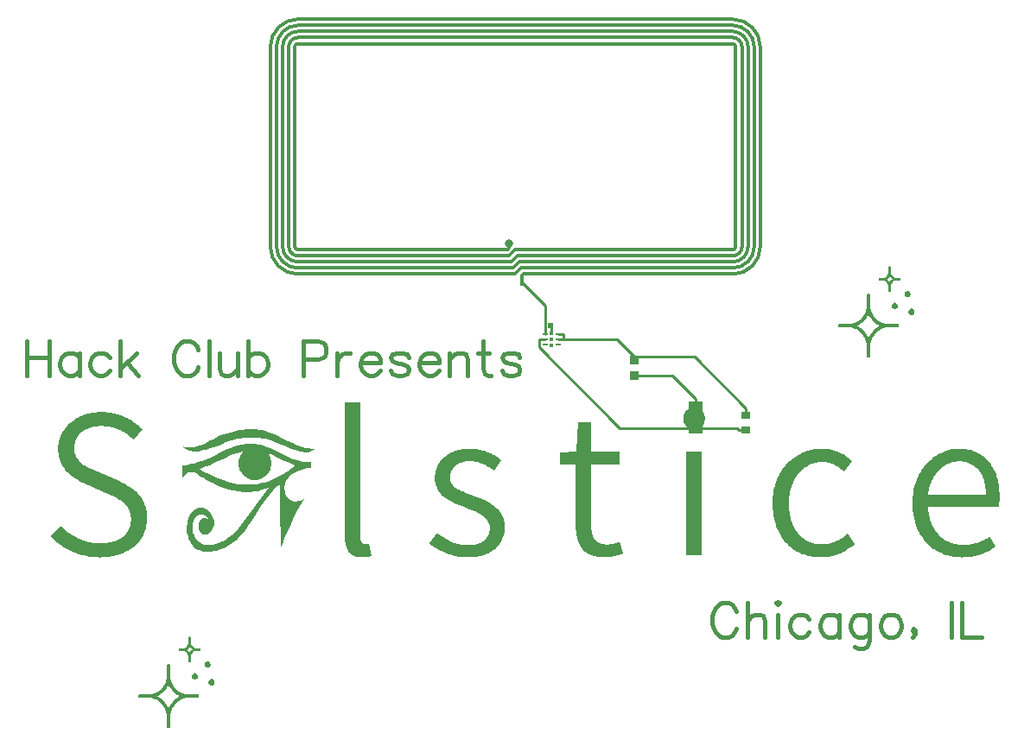
<source format=gtl>
G04 Layer: TopLayer*
G04 EasyEDA v6.5.40, 2024-06-14 14:15:58*
G04 Gerber Generator version 0.2*
G04 Scale: 100 percent, Rotated: No, Reflected: No *
G04 Dimensions in millimeters *
G04 leading zeros omitted , absolute positions ,4 integer and 5 decimal *
%FSLAX45Y45*%
%MOMM*%

%AMMACRO1*21,1,$1,$2,0,0,$3*%
%ADD10C,0.4000*%
%ADD11C,0.2540*%
%ADD12C,0.3000*%
%ADD13R,0.9000X0.8000*%
%ADD14MACRO1,1X1.3995X90.0000*%
%ADD15R,1.3995X1.0000*%
%ADD16MACRO1,0.864X0.8065X0.0000*%
%ADD17R,0.8640X0.8065*%
%ADD18R,0.5000X0.2800*%
%ADD19R,0.3000X0.4500*%
%ADD20R,0.3000X0.3000*%
%ADD21R,0.3000X0.7501*%
%ADD22C,0.8080*%
%ADD23C,0.6096*%
%ADD24C,0.0118*%

%LPD*%
G36*
X8960358Y4737100D02*
G01*
X8954363Y4730038D01*
X8953398Y4725111D01*
X8953398Y4672838D01*
X8951163Y4668367D01*
X8951163Y4664913D01*
X8949639Y4663948D01*
X8949639Y4660290D01*
X8947353Y4658309D01*
X8947353Y4653940D01*
X8945067Y4651552D01*
X8945067Y4650028D01*
X8939784Y4643983D01*
X8939784Y4641951D01*
X8935770Y4638090D01*
X8934856Y4638090D01*
X8925255Y4628642D01*
X8923223Y4628642D01*
X8918194Y4625898D01*
X8917686Y4624730D01*
X8915908Y4624730D01*
X8912098Y4622698D01*
X8904478Y4620107D01*
X8861450Y4620006D01*
X8859316Y4618177D01*
X8856370Y4611878D01*
X8856370Y4607509D01*
X8940546Y4607509D01*
X8940546Y4611116D01*
X8945473Y4615180D01*
X8951315Y4620818D01*
X8952585Y4620818D01*
X8959799Y4630623D01*
X8960612Y4631385D01*
X8964422Y4637278D01*
X8967825Y4637328D01*
X8967825Y4635144D01*
X8975039Y4625238D01*
X8985097Y4614926D01*
X8991701Y4608880D01*
X8983370Y4601616D01*
X8973769Y4591354D01*
X8969857Y4585055D01*
X8966200Y4581499D01*
X8964117Y4581499D01*
X8958732Y4588357D01*
X8958732Y4589780D01*
X8945778Y4603496D01*
X8944660Y4603496D01*
X8940546Y4607509D01*
X8856370Y4607509D01*
X8856370Y4605985D01*
X8858961Y4601362D01*
X8864244Y4597603D01*
X8909100Y4597146D01*
X8913520Y4595266D01*
X8926525Y4588814D01*
X8933332Y4582668D01*
X8939733Y4575606D01*
X8939784Y4574032D01*
X8944152Y4569256D01*
X8945118Y4565954D01*
X8947353Y4564024D01*
X8947353Y4560417D01*
X8951163Y4552442D01*
X8951214Y4548886D01*
X8953347Y4544974D01*
X8953449Y4493920D01*
X8954922Y4488230D01*
X8958326Y4482998D01*
X8962898Y4480255D01*
X8967216Y4480153D01*
X8971940Y4482896D01*
X8976156Y4487265D01*
X8976207Y4539488D01*
X8979001Y4550460D01*
X8984589Y4564634D01*
X8987129Y4569866D01*
X8990939Y4574387D01*
X8997492Y4583074D01*
X8999321Y4583074D01*
X9005925Y4590186D01*
X9009888Y4591202D01*
X9015171Y4594555D01*
X9022080Y4597247D01*
X9063888Y4597247D01*
X9072270Y4601057D01*
X9073438Y4604715D01*
X9073337Y4615535D01*
X9069019Y4619955D01*
X9023756Y4620209D01*
X9019743Y4622342D01*
X9016339Y4622393D01*
X9016339Y4623765D01*
X9012174Y4624832D01*
X9007602Y4628388D01*
X9003842Y4629404D01*
X8992819Y4640834D01*
X8988755Y4647133D01*
X8986977Y4648708D01*
X8984538Y4653432D01*
X8981643Y4660493D01*
X8978595Y4669891D01*
X8976156Y4678680D01*
X8976156Y4731054D01*
X8970010Y4737100D01*
G37*
G36*
X9148318Y4491939D02*
G01*
X9131909Y4491786D01*
X9126524Y4489196D01*
X9121292Y4484878D01*
X9116517Y4480052D01*
X9110878Y4470298D01*
X9110726Y4454601D01*
X9114332Y4445965D01*
X9117533Y4441850D01*
X9120479Y4437583D01*
X9128150Y4433468D01*
X9135719Y4430674D01*
X9145117Y4430623D01*
X9150096Y4432909D01*
X9157512Y4435754D01*
X9166098Y4446016D01*
X9168028Y4451451D01*
X9170212Y4455922D01*
X9170212Y4466742D01*
X9164929Y4478375D01*
X9160865Y4483455D01*
X9153144Y4489348D01*
G37*
G36*
X8757462Y4467402D02*
G01*
X8750300Y4466132D01*
X8743899Y4461662D01*
X8741562Y4456988D01*
X8740038Y4455871D01*
X8739632Y4331462D01*
X8738158Y4328617D01*
X8738158Y4322927D01*
X8735872Y4317288D01*
X8735872Y4310430D01*
X8733790Y4304538D01*
X8731808Y4297426D01*
X8730589Y4295952D01*
X8730538Y4293514D01*
X8726017Y4284116D01*
X8726017Y4280509D01*
X8722207Y4274312D01*
X8722207Y4273042D01*
X8718651Y4267606D01*
X8717534Y4263644D01*
X8710930Y4253280D01*
X8708593Y4251299D01*
X8708593Y4249369D01*
X8701024Y4238853D01*
X8689035Y4225391D01*
X8678265Y4214571D01*
X8676741Y4214571D01*
X8668562Y4206849D01*
X8655913Y4198264D01*
X8645296Y4192320D01*
X8644534Y4191254D01*
X8635542Y4186275D01*
X8633714Y4186275D01*
X8624824Y4181754D01*
X8621014Y4180535D01*
X8618067Y4178401D01*
X8614003Y4178401D01*
X8609685Y4176064D01*
X8606536Y4176064D01*
X8605113Y4174693D01*
X8596020Y4172000D01*
X8589975Y4169460D01*
X8472474Y4168394D01*
X8466074Y4166819D01*
X8463381Y4164685D01*
X8459978Y4161485D01*
X8459978Y4158538D01*
X8458200Y4152493D01*
X8458508Y4151122D01*
X8651798Y4151122D01*
X8652713Y4155998D01*
X8654186Y4157929D01*
X8662720Y4162094D01*
X8669223Y4166615D01*
X8671966Y4166615D01*
X8675827Y4170324D01*
X8681669Y4174032D01*
X8685428Y4177639D01*
X8687866Y4177639D01*
X8694572Y4183481D01*
X8696553Y4185462D01*
X8698230Y4185462D01*
X8708237Y4195318D01*
X8717076Y4203547D01*
X8718296Y4203547D01*
X8721090Y4208119D01*
X8730945Y4219651D01*
X8735314Y4224324D01*
X8738717Y4230928D01*
X8744966Y4238599D01*
X8744966Y4239768D01*
X8752535Y4252823D01*
X8756446Y4257192D01*
X8761780Y4256278D01*
X8766759Y4250994D01*
X8772144Y4240428D01*
X8776766Y4233824D01*
X8778138Y4232148D01*
X8780627Y4226712D01*
X8789670Y4216704D01*
X8789670Y4214774D01*
X8817711Y4185920D01*
X8820505Y4184853D01*
X8826449Y4179011D01*
X8832494Y4174998D01*
X8843264Y4166615D01*
X8845245Y4166615D01*
X8850731Y4163161D01*
X8851442Y4162094D01*
X8858300Y4158640D01*
X8862060Y4156506D01*
X8863380Y4152392D01*
X8862466Y4148937D01*
X8852154Y4142181D01*
X8841536Y4136390D01*
X8835694Y4131259D01*
X8833662Y4131259D01*
X8833662Y4130090D01*
X8827973Y4126128D01*
X8819642Y4119575D01*
X8810548Y4110786D01*
X8798407Y4098594D01*
X8789670Y4088942D01*
X8789670Y4087571D01*
X8783675Y4080865D01*
X8775344Y4067911D01*
X8772398Y4065117D01*
X8771483Y4061307D01*
X8764727Y4050690D01*
X8761272Y4047185D01*
X8755481Y4047185D01*
X8750249Y4052874D01*
X8750249Y4054246D01*
X8744966Y4061917D01*
X8744966Y4063847D01*
X8740698Y4069587D01*
X8735568Y4078224D01*
X8727490Y4088434D01*
X8718804Y4098899D01*
X8715806Y4102963D01*
X8710218Y4106824D01*
X8709253Y4110024D01*
X8702802Y4113936D01*
X8694826Y4122623D01*
X8693251Y4122623D01*
X8687003Y4127957D01*
X8680145Y4132376D01*
X8672017Y4138523D01*
X8658910Y4145534D01*
X8653627Y4148785D01*
X8651798Y4151122D01*
X8458508Y4151122D01*
X8460232Y4143451D01*
X8462416Y4140708D01*
X8465667Y4139692D01*
X8471306Y4135983D01*
X8581644Y4135983D01*
X8592972Y4133494D01*
X8602065Y4131106D01*
X8610447Y4129887D01*
X8615730Y4127855D01*
X8624062Y4124045D01*
X8628380Y4121810D01*
X8630615Y4121810D01*
X8637727Y4118457D01*
X8638489Y4117340D01*
X8654389Y4109161D01*
X8658199Y4105554D01*
X8664244Y4101846D01*
X8665768Y4100017D01*
X8671204Y4096308D01*
X8679383Y4089196D01*
X8690406Y4078325D01*
X8690406Y4076649D01*
X8697061Y4069994D01*
X8705596Y4058259D01*
X8707018Y4057345D01*
X8710980Y4049166D01*
X8714486Y4045204D01*
X8715502Y4041698D01*
X8716924Y4041698D01*
X8716924Y4039920D01*
X8722207Y4028694D01*
X8726017Y4021785D01*
X8726017Y4018889D01*
X8730437Y4009085D01*
X8733790Y3998061D01*
X8735872Y3992930D01*
X8735923Y3984701D01*
X8738158Y3981653D01*
X8738158Y3975201D01*
X8739682Y3973576D01*
X8739632Y3851656D01*
X8741105Y3847642D01*
X8744051Y3844594D01*
X8744610Y3841851D01*
X8753094Y3837381D01*
X8762847Y3837127D01*
X8770721Y3841546D01*
X8772855Y3844036D01*
X8776817Y3851757D01*
X8776817Y3974134D01*
X8779052Y3979773D01*
X8779052Y3984447D01*
X8780881Y3987850D01*
X8780576Y3992270D01*
X8786012Y4009085D01*
X8787892Y4012234D01*
X8790635Y4020870D01*
X8804452Y4047591D01*
X8808008Y4051249D01*
X8809532Y4055821D01*
X8810802Y4055821D01*
X8815832Y4064050D01*
X8816594Y4065625D01*
X8827211Y4077258D01*
X8842095Y4092701D01*
X8844635Y4093514D01*
X8854236Y4102963D01*
X8855862Y4102963D01*
X8864346Y4109669D01*
X8872321Y4113885D01*
X8881211Y4119473D01*
X8882735Y4119473D01*
X8884615Y4121810D01*
X8887409Y4121810D01*
X8900718Y4127957D01*
X8906052Y4129887D01*
X8912860Y4131106D01*
X8921648Y4133596D01*
X8925915Y4133596D01*
X8932367Y4135983D01*
X9045092Y4135983D01*
X9052356Y4140403D01*
X9054998Y4141419D01*
X9055049Y4144213D01*
X9057284Y4147261D01*
X9057284Y4158589D01*
X9055150Y4160418D01*
X9054236Y4163872D01*
X9050274Y4166819D01*
X9044736Y4168444D01*
X8924239Y4169410D01*
X8919667Y4172102D01*
X8916162Y4172102D01*
X8908338Y4174693D01*
X8906865Y4176064D01*
X8904528Y4176064D01*
X8900160Y4178401D01*
X8896146Y4178401D01*
X8880754Y4186275D01*
X8878265Y4186275D01*
X8873286Y4190187D01*
X8871762Y4190187D01*
X8867394Y4194251D01*
X8860942Y4197197D01*
X8850731Y4205020D01*
X8838031Y4215739D01*
X8817965Y4237024D01*
X8815120Y4242054D01*
X8814054Y4242054D01*
X8809024Y4250283D01*
X8808262Y4251858D01*
X8802522Y4260545D01*
X8798102Y4266793D01*
X8798052Y4270248D01*
X8796578Y4271213D01*
X8790432Y4283303D01*
X8790432Y4285792D01*
X8784386Y4299153D01*
X8784386Y4301845D01*
X8782202Y4305300D01*
X8780475Y4315510D01*
X8779052Y4321200D01*
X8779002Y4325721D01*
X8776868Y4329684D01*
X8776817Y4452467D01*
X8774379Y4458512D01*
X8771432Y4462830D01*
X8764320Y4466590D01*
G37*
G36*
X9018778Y4378756D02*
G01*
X9010650Y4378604D01*
X9003233Y4375962D01*
X8993073Y4368952D01*
X8988094Y4360316D01*
X8985250Y4351832D01*
X8985250Y4343654D01*
X8988298Y4334560D01*
X8989974Y4332427D01*
X8993428Y4325721D01*
X8996222Y4324146D01*
X9003080Y4319473D01*
X9011412Y4316730D01*
X9018219Y4316730D01*
X9027363Y4319676D01*
X9036456Y4325975D01*
X9042501Y4335170D01*
X9044635Y4342231D01*
X9044584Y4353255D01*
X9043416Y4358589D01*
X9036405Y4369409D01*
X9026550Y4376064D01*
G37*
G36*
X9184690Y4319828D02*
G01*
X9172854Y4319727D01*
X9163761Y4315206D01*
X9162084Y4315155D01*
X9153652Y4306265D01*
X9148978Y4290974D01*
X9148978Y4288485D01*
X9151213Y4279544D01*
X9154210Y4271264D01*
X9161983Y4263644D01*
X9171330Y4258614D01*
X9186367Y4258716D01*
X9194241Y4262729D01*
X9195866Y4263745D01*
X9202928Y4270756D01*
X9206839Y4276953D01*
X9208211Y4288790D01*
X9207144Y4300575D01*
X9204960Y4304995D01*
X9197492Y4313072D01*
X9197492Y4314240D01*
X9194088Y4315307D01*
G37*
G36*
X2102358Y1104900D02*
G01*
X2096363Y1097838D01*
X2095398Y1092911D01*
X2095398Y1040637D01*
X2093163Y1036167D01*
X2093163Y1032713D01*
X2091639Y1031748D01*
X2091639Y1028090D01*
X2089353Y1026109D01*
X2089353Y1021740D01*
X2087067Y1019352D01*
X2087067Y1017828D01*
X2081784Y1011783D01*
X2081784Y1009751D01*
X2077770Y1005890D01*
X2076856Y1005890D01*
X2067255Y996442D01*
X2065223Y996442D01*
X2060193Y993698D01*
X2059686Y992530D01*
X2057907Y992530D01*
X2054098Y990498D01*
X2046478Y987907D01*
X2003450Y987806D01*
X2001316Y985977D01*
X1998370Y979678D01*
X1998370Y975309D01*
X2082546Y975309D01*
X2082546Y978916D01*
X2087473Y982980D01*
X2093315Y988618D01*
X2094585Y988618D01*
X2101799Y998423D01*
X2102612Y999185D01*
X2106422Y1005078D01*
X2109825Y1005128D01*
X2109825Y1002944D01*
X2117039Y993038D01*
X2127097Y982726D01*
X2133701Y976680D01*
X2125370Y969416D01*
X2115769Y959154D01*
X2111857Y952855D01*
X2108200Y949299D01*
X2106117Y949299D01*
X2100732Y956157D01*
X2100732Y957580D01*
X2087778Y971296D01*
X2086660Y971296D01*
X2082546Y975309D01*
X1998370Y975309D01*
X1998370Y973785D01*
X2000961Y969162D01*
X2006244Y965403D01*
X2051100Y964946D01*
X2055520Y963066D01*
X2068525Y956614D01*
X2075332Y950468D01*
X2081733Y943406D01*
X2081784Y941832D01*
X2086152Y937056D01*
X2087118Y933754D01*
X2089353Y931824D01*
X2089353Y928217D01*
X2093163Y920242D01*
X2093214Y916686D01*
X2095347Y912774D01*
X2095449Y861720D01*
X2096922Y856030D01*
X2100326Y850798D01*
X2104898Y848055D01*
X2109216Y847953D01*
X2113940Y850696D01*
X2118156Y855065D01*
X2118207Y907287D01*
X2121001Y918260D01*
X2126589Y932434D01*
X2129129Y937666D01*
X2132939Y942187D01*
X2139492Y950874D01*
X2141321Y950874D01*
X2147925Y957986D01*
X2151888Y959002D01*
X2157171Y962355D01*
X2164080Y965047D01*
X2205888Y965047D01*
X2214270Y968857D01*
X2215438Y972515D01*
X2215337Y983335D01*
X2211019Y987755D01*
X2165756Y988009D01*
X2161743Y990142D01*
X2158339Y990193D01*
X2158339Y991565D01*
X2154174Y992632D01*
X2149602Y996187D01*
X2145842Y997203D01*
X2134819Y1008634D01*
X2130755Y1014933D01*
X2128977Y1016508D01*
X2126538Y1021232D01*
X2123643Y1028293D01*
X2120595Y1037691D01*
X2118156Y1046480D01*
X2118156Y1098854D01*
X2112010Y1104900D01*
G37*
G36*
X2290318Y859739D02*
G01*
X2273909Y859586D01*
X2268524Y856996D01*
X2263292Y852678D01*
X2258517Y847852D01*
X2252878Y838098D01*
X2252726Y822401D01*
X2256332Y813765D01*
X2259533Y809650D01*
X2262479Y805383D01*
X2270150Y801268D01*
X2277719Y798474D01*
X2287117Y798423D01*
X2292096Y800709D01*
X2299512Y803554D01*
X2308098Y813816D01*
X2310028Y819251D01*
X2312212Y823721D01*
X2312212Y834542D01*
X2306929Y846175D01*
X2302865Y851255D01*
X2295144Y857148D01*
G37*
G36*
X1899462Y835202D02*
G01*
X1892300Y833932D01*
X1885848Y829462D01*
X1883562Y824788D01*
X1882038Y823671D01*
X1881632Y699262D01*
X1880158Y696417D01*
X1880158Y690727D01*
X1877872Y685088D01*
X1877872Y678230D01*
X1875789Y672338D01*
X1873808Y665226D01*
X1872589Y663752D01*
X1872538Y661314D01*
X1868017Y651916D01*
X1868017Y648309D01*
X1864207Y642112D01*
X1864207Y640842D01*
X1860651Y635406D01*
X1859534Y631444D01*
X1852930Y621080D01*
X1850593Y619099D01*
X1850593Y617169D01*
X1843024Y606653D01*
X1831035Y593191D01*
X1820265Y582371D01*
X1818741Y582371D01*
X1810562Y574649D01*
X1797913Y566064D01*
X1787296Y560120D01*
X1786534Y559054D01*
X1777542Y554075D01*
X1775714Y554075D01*
X1766824Y549554D01*
X1763014Y548335D01*
X1760067Y546201D01*
X1756003Y546201D01*
X1751685Y543864D01*
X1748536Y543864D01*
X1747113Y542493D01*
X1738020Y539800D01*
X1731975Y537260D01*
X1614474Y536194D01*
X1608074Y534619D01*
X1605381Y532485D01*
X1601978Y529285D01*
X1601978Y526338D01*
X1600200Y520293D01*
X1600508Y518922D01*
X1793798Y518922D01*
X1794713Y523798D01*
X1796186Y525729D01*
X1804720Y529894D01*
X1811223Y534416D01*
X1813966Y534416D01*
X1817827Y538124D01*
X1823669Y541832D01*
X1827428Y545439D01*
X1829866Y545439D01*
X1836572Y551281D01*
X1838553Y553262D01*
X1840230Y553262D01*
X1850237Y563118D01*
X1859076Y571347D01*
X1860296Y571347D01*
X1863089Y575919D01*
X1872945Y587451D01*
X1877314Y592124D01*
X1880717Y598728D01*
X1886966Y606399D01*
X1886966Y607568D01*
X1894535Y620623D01*
X1898446Y624992D01*
X1903780Y624078D01*
X1908759Y618794D01*
X1914143Y608228D01*
X1920087Y599948D01*
X1922627Y594512D01*
X1931670Y584504D01*
X1931670Y582574D01*
X1959711Y553720D01*
X1962505Y552653D01*
X1968449Y546811D01*
X1974494Y542798D01*
X1985264Y534416D01*
X1987245Y534416D01*
X1992731Y530961D01*
X1993442Y529894D01*
X2000300Y526440D01*
X2004060Y524306D01*
X2005380Y520192D01*
X2004466Y516737D01*
X1994154Y509981D01*
X1983536Y504190D01*
X1977694Y499059D01*
X1975662Y499059D01*
X1975662Y497890D01*
X1969973Y493928D01*
X1961642Y487375D01*
X1952548Y478586D01*
X1940407Y466394D01*
X1931670Y456742D01*
X1931670Y455371D01*
X1925675Y448665D01*
X1917344Y435711D01*
X1914398Y432917D01*
X1913483Y429107D01*
X1906727Y418490D01*
X1903272Y414985D01*
X1897481Y414985D01*
X1892249Y420674D01*
X1892249Y422046D01*
X1886966Y429717D01*
X1886966Y431647D01*
X1882698Y437388D01*
X1877568Y446024D01*
X1869490Y456234D01*
X1860804Y466699D01*
X1857806Y470763D01*
X1852218Y474624D01*
X1851253Y477824D01*
X1844802Y481736D01*
X1836826Y490423D01*
X1835251Y490423D01*
X1828241Y496366D01*
X1822145Y500176D01*
X1814017Y506323D01*
X1800910Y513334D01*
X1795627Y516585D01*
X1793798Y518922D01*
X1600508Y518922D01*
X1602232Y511251D01*
X1604416Y508508D01*
X1607667Y507492D01*
X1613306Y503783D01*
X1723643Y503783D01*
X1734972Y501294D01*
X1744065Y498906D01*
X1752447Y497687D01*
X1757730Y495655D01*
X1766062Y491845D01*
X1770380Y489610D01*
X1772615Y489610D01*
X1779727Y486257D01*
X1780489Y485140D01*
X1796389Y476961D01*
X1800199Y473354D01*
X1806244Y469646D01*
X1807768Y467817D01*
X1813204Y464108D01*
X1821383Y456996D01*
X1832406Y446125D01*
X1832406Y444449D01*
X1839061Y437794D01*
X1847596Y426059D01*
X1849018Y425145D01*
X1852980Y416966D01*
X1856486Y413004D01*
X1857502Y409498D01*
X1858924Y409498D01*
X1858924Y407720D01*
X1864207Y396494D01*
X1868017Y389585D01*
X1868017Y386689D01*
X1872437Y376885D01*
X1875789Y365861D01*
X1877872Y360730D01*
X1877923Y352501D01*
X1880158Y349453D01*
X1880158Y343001D01*
X1881682Y341376D01*
X1881632Y219456D01*
X1883105Y215442D01*
X1886051Y212394D01*
X1886610Y209651D01*
X1895093Y205181D01*
X1904847Y204927D01*
X1912721Y209346D01*
X1914855Y211836D01*
X1918817Y219557D01*
X1918817Y341934D01*
X1921052Y347573D01*
X1921052Y352247D01*
X1922881Y355650D01*
X1922576Y360070D01*
X1928012Y376885D01*
X1929942Y380034D01*
X1932635Y388670D01*
X1946452Y415391D01*
X1950008Y419049D01*
X1951532Y423621D01*
X1952802Y423621D01*
X1957832Y431850D01*
X1958593Y433425D01*
X1969211Y445058D01*
X1984095Y460501D01*
X1986635Y461314D01*
X1996236Y470763D01*
X1997862Y470763D01*
X2006346Y477469D01*
X2014321Y481685D01*
X2023211Y487273D01*
X2024735Y487273D01*
X2026615Y489610D01*
X2029409Y489610D01*
X2042718Y495757D01*
X2048052Y497687D01*
X2054860Y498906D01*
X2063648Y501396D01*
X2067915Y501396D01*
X2074367Y503783D01*
X2187092Y503783D01*
X2194356Y508203D01*
X2196998Y509219D01*
X2197049Y512013D01*
X2199284Y515061D01*
X2199284Y526389D01*
X2197150Y528218D01*
X2196236Y531672D01*
X2192274Y534619D01*
X2186736Y536244D01*
X2066239Y537210D01*
X2061667Y539902D01*
X2058162Y539902D01*
X2050338Y542493D01*
X2048865Y543864D01*
X2046528Y543864D01*
X2042160Y546201D01*
X2038146Y546201D01*
X2022754Y554075D01*
X2020265Y554075D01*
X2015286Y557987D01*
X2013762Y557987D01*
X2009393Y562051D01*
X2002942Y564997D01*
X1992731Y572820D01*
X1980031Y583539D01*
X1959965Y604824D01*
X1957120Y609854D01*
X1956054Y609854D01*
X1951024Y618083D01*
X1950262Y619658D01*
X1944522Y628345D01*
X1940102Y634593D01*
X1940052Y638048D01*
X1938578Y639013D01*
X1932432Y651103D01*
X1932432Y653592D01*
X1926386Y666953D01*
X1926386Y669645D01*
X1924202Y673100D01*
X1922475Y683310D01*
X1921052Y689000D01*
X1921002Y693521D01*
X1918868Y697484D01*
X1918817Y820267D01*
X1916379Y826312D01*
X1913432Y830630D01*
X1906270Y834390D01*
G37*
G36*
X2160778Y746556D02*
G01*
X2152650Y746404D01*
X2145233Y743762D01*
X2135073Y736752D01*
X2130094Y728116D01*
X2127250Y719632D01*
X2127250Y711454D01*
X2130298Y702360D01*
X2131974Y700227D01*
X2135428Y693521D01*
X2138222Y691946D01*
X2145080Y687273D01*
X2153412Y684530D01*
X2160219Y684530D01*
X2169363Y687476D01*
X2178456Y693775D01*
X2184501Y702970D01*
X2186635Y710031D01*
X2186584Y721055D01*
X2185416Y726389D01*
X2178405Y737209D01*
X2168550Y743864D01*
G37*
G36*
X2326690Y687628D02*
G01*
X2314854Y687527D01*
X2305761Y683006D01*
X2304084Y682955D01*
X2295652Y674065D01*
X2290978Y658774D01*
X2290978Y656285D01*
X2293213Y647344D01*
X2296210Y639064D01*
X2303983Y631444D01*
X2313330Y626414D01*
X2328367Y626516D01*
X2336241Y630529D01*
X2337866Y631545D01*
X2344928Y638556D01*
X2348839Y644753D01*
X2350211Y656590D01*
X2349144Y668375D01*
X2346960Y672795D01*
X2339492Y680872D01*
X2339492Y682040D01*
X2336088Y683107D01*
G37*
G36*
X2679700Y3136900D02*
G01*
X2657703Y3135122D01*
X2627274Y3131870D01*
X2588361Y3125825D01*
X2562961Y3120694D01*
X2536393Y3114497D01*
X2509570Y3107385D01*
X2475128Y3096869D01*
X2436876Y3083458D01*
X2394559Y3066288D01*
X2366822Y3053638D01*
X2337054Y3039008D01*
X2309114Y3024124D01*
X2279497Y3007207D01*
X2258364Y2996844D01*
X2231593Y2985770D01*
X2210968Y2978708D01*
X2193188Y2973628D01*
X2171192Y2968396D01*
X2144115Y2964230D01*
X2119579Y2962148D01*
X2089454Y2962148D01*
X2064562Y2964332D01*
X2045157Y2967177D01*
X2044598Y2966516D01*
X2053589Y2957271D01*
X2066848Y2946450D01*
X2085746Y2935630D01*
X2102256Y2929229D01*
X2117039Y2925216D01*
X2136495Y2921508D01*
X2188972Y2921558D01*
X2214321Y2925165D01*
X2245664Y2931363D01*
X2273554Y2938627D01*
X2304034Y2947822D01*
X2337054Y2959150D01*
X2371750Y2972358D01*
X2414016Y2989681D01*
X2454706Y3007360D01*
X2487422Y3018790D01*
X2517952Y3028137D01*
X2544318Y3035096D01*
X2575661Y3042310D01*
X2604414Y3047492D01*
X2633167Y3051606D01*
X2665323Y3054756D01*
X2711500Y3056890D01*
X2761792Y3054705D01*
X2791409Y3051657D01*
X2819349Y3047441D01*
X2850642Y3041243D01*
X2878328Y3034182D01*
X2911551Y3024022D01*
X2940354Y3013506D01*
X2986887Y2994863D01*
X3047796Y2969107D01*
X3102762Y2946603D01*
X3138576Y2933395D01*
X3167938Y2924200D01*
X3192475Y2918053D01*
X3215335Y2913888D01*
X3239871Y2911449D01*
X3265220Y2912668D01*
X3284728Y2916783D01*
X3299917Y2922117D01*
X3318967Y2933192D01*
X3331972Y2944114D01*
X3308400Y2945688D01*
X3275431Y2948940D01*
X3246678Y2954020D01*
X3224631Y2959150D01*
X3187395Y2970276D01*
X3148482Y2984601D01*
X3116529Y2998266D01*
X3093466Y3008680D01*
X3053689Y3027832D01*
X3017316Y3046323D01*
X2974187Y3068929D01*
X2938627Y3087928D01*
X2918307Y3097784D01*
X2892958Y3108096D01*
X2867558Y3116478D01*
X2844850Y3122676D01*
X2815945Y3128822D01*
X2789732Y3132937D01*
X2760116Y3136290D01*
G37*
G36*
X2680563Y2993898D02*
G01*
X2656890Y2992069D01*
X2630627Y2988818D01*
X2602738Y2983687D01*
X2573477Y2976524D01*
X2546045Y2968142D01*
X2525725Y2961182D01*
X2499156Y2950870D01*
X2474112Y2940354D01*
X2440533Y2925064D01*
X2310790Y2861513D01*
X2274417Y2845054D01*
X2249881Y2834589D01*
X2220264Y2823057D01*
X2191512Y2813050D01*
X2157628Y2802737D01*
X2128215Y2795371D01*
X2098446Y2789326D01*
X2073046Y2785262D01*
X2032000Y2780842D01*
X2032050Y2764028D01*
X2032450Y2747822D01*
X2201722Y2747822D01*
X2232964Y2758490D01*
X2265121Y2770632D01*
X2302357Y2785973D01*
X2330246Y2798318D01*
X2365806Y2814777D01*
X2448712Y2854248D01*
X2491028Y2873451D01*
X2529078Y2889199D01*
X2566009Y2902458D01*
X2594254Y2910941D01*
X2629814Y2919679D01*
X2630271Y2919171D01*
X2616708Y2902305D01*
X2605938Y2884881D01*
X2598724Y2869539D01*
X2591968Y2850489D01*
X2587142Y2827528D01*
X2585415Y2803601D01*
X2587091Y2780487D01*
X2591511Y2758897D01*
X2596388Y2743911D01*
X2601468Y2731617D01*
X2607614Y2719781D01*
X2618130Y2703322D01*
X2635808Y2682748D01*
X2651810Y2668879D01*
X2676753Y2653538D01*
X2698343Y2644952D01*
X2717800Y2640126D01*
X2734208Y2637993D01*
X2757576Y2637993D01*
X2772816Y2640076D01*
X2791409Y2644292D01*
X2814574Y2653487D01*
X2839618Y2668828D01*
X2855722Y2682697D01*
X2878632Y2710535D01*
X2889300Y2729941D01*
X2895041Y2743911D01*
X2900273Y2759811D01*
X2904337Y2780487D01*
X2906014Y2803652D01*
X2904337Y2826816D01*
X2900273Y2847543D01*
X2895041Y2863392D01*
X2889148Y2877718D01*
X2878074Y2897581D01*
X2878582Y2898190D01*
X2920847Y2881071D01*
X2964027Y2861462D01*
X3033420Y2828188D01*
X3066389Y2812745D01*
X3103626Y2796641D01*
X3135782Y2784246D01*
X3146044Y2780487D01*
X3146806Y2778861D01*
X3112109Y2753969D01*
X3069793Y2725369D01*
X3011424Y2689860D01*
X2972460Y2668981D01*
X2941167Y2653690D01*
X2908198Y2639212D01*
X2872079Y2625598D01*
X2843885Y2616606D01*
X2817622Y2609291D01*
X2795625Y2604160D01*
X2767736Y2598928D01*
X2737256Y2594813D01*
X2709316Y2592324D01*
X2650083Y2592222D01*
X2619654Y2594864D01*
X2581554Y2599944D01*
X2548585Y2606192D01*
X2506573Y2616454D01*
X2457196Y2631643D01*
X2419096Y2645308D01*
X2369210Y2665577D01*
X2330246Y2683052D01*
X2298954Y2697835D01*
X2257501Y2718460D01*
X2210968Y2742793D01*
X2201722Y2747822D01*
X2032450Y2747822D01*
X2034539Y2660396D01*
X2048205Y2675534D01*
X2062022Y2689707D01*
X2076957Y2701950D01*
X2094179Y2712008D01*
X2109266Y2717241D01*
X2125472Y2719425D01*
X2139035Y2718054D01*
X2151735Y2715006D01*
X2168906Y2708097D01*
X2186432Y2697378D01*
X2216861Y2675382D01*
X2239772Y2659786D01*
X2271014Y2640126D01*
X2304034Y2621330D01*
X2327706Y2608986D01*
X2356510Y2594965D01*
X2386939Y2581605D01*
X2413203Y2571242D01*
X2439416Y2561945D01*
X2464816Y2553817D01*
X2494432Y2545486D01*
X2525115Y2538171D01*
X2551125Y2533091D01*
X2577338Y2529027D01*
X2602738Y2525877D01*
X2630627Y2523286D01*
X2704236Y2523337D01*
X2738932Y2526944D01*
X2771089Y2532024D01*
X2795625Y2537256D01*
X2815082Y2542336D01*
X2844495Y2551633D01*
X2877667Y2564841D01*
X2878074Y2564333D01*
X2613609Y2200097D01*
X2583180Y2163064D01*
X2561285Y2139188D01*
X2540965Y2118918D01*
X2518308Y2098497D01*
X2491892Y2077415D01*
X2466492Y2059889D01*
X2447848Y2048560D01*
X2428189Y2038045D01*
X2408936Y2029002D01*
X2382723Y2018639D01*
X2359863Y2011375D01*
X2335326Y2005228D01*
X2310790Y2000707D01*
X2279497Y2001875D01*
X2256028Y2006193D01*
X2233726Y2013153D01*
X2217724Y2020824D01*
X2204262Y2029002D01*
X2193188Y2037384D01*
X2179675Y2050084D01*
X2163318Y2070811D01*
X2150567Y2094077D01*
X2140254Y2120036D01*
X2136698Y2148636D01*
X2136546Y2189784D01*
X2139594Y2212289D01*
X2144674Y2233015D01*
X2153158Y2254250D01*
X2162860Y2270099D01*
X2174595Y2283460D01*
X2184400Y2291334D01*
X2196896Y2298395D01*
X2210968Y2302510D01*
X2225497Y2303830D01*
X2239721Y2301341D01*
X2254758Y2295245D01*
X2265781Y2287727D01*
X2277821Y2276094D01*
X2286304Y2263902D01*
X2291080Y2256028D01*
X2290368Y2255164D01*
X2281174Y2258974D01*
X2265121Y2263800D01*
X2237181Y2263902D01*
X2222296Y2257958D01*
X2209342Y2247392D01*
X2201113Y2235098D01*
X2196287Y2222754D01*
X2193544Y2210409D01*
X2192528Y2190648D01*
X2194610Y2173376D01*
X2198878Y2156866D01*
X2204821Y2142490D01*
X2212086Y2129942D01*
X2225497Y2114702D01*
X2237435Y2106930D01*
X2250592Y2102866D01*
X2265273Y2102866D01*
X2278075Y2106828D01*
X2290470Y2113280D01*
X2307234Y2126843D01*
X2324506Y2147062D01*
X2335072Y2165096D01*
X2341575Y2181555D01*
X2345842Y2199487D01*
X2347722Y2220874D01*
X2345893Y2241245D01*
X2342337Y2258618D01*
X2335987Y2277465D01*
X2327402Y2295296D01*
X2317597Y2311196D01*
X2301392Y2330805D01*
X2285847Y2344166D01*
X2272131Y2353767D01*
X2254961Y2361996D01*
X2234641Y2367788D01*
X2199944Y2367635D01*
X2180183Y2361336D01*
X2160168Y2351582D01*
X2144979Y2341372D01*
X2130450Y2328265D01*
X2115312Y2309164D01*
X2107590Y2295804D01*
X2099767Y2279345D01*
X2091994Y2255774D01*
X2087067Y2233015D01*
X2083714Y2209342D01*
X2081784Y2185670D01*
X2081834Y2132939D01*
X2086254Y2108962D01*
X2091842Y2085848D01*
X2098141Y2065274D01*
X2108860Y2038553D01*
X2120595Y2016912D01*
X2134158Y1997354D01*
X2145792Y1984857D01*
X2159812Y1972259D01*
X2173427Y1962962D01*
X2188819Y1954479D01*
X2203348Y1948586D01*
X2220264Y1943404D01*
X2240584Y1939391D01*
X2264664Y1936902D01*
X2316734Y1938020D01*
X2341270Y1941372D01*
X2364130Y1945538D01*
X2388006Y1951583D01*
X2411476Y1958898D01*
X2440279Y1970379D01*
X2459024Y1979218D01*
X2482545Y1991817D01*
X2508808Y2008428D01*
X2534158Y2026970D01*
X2557881Y2046579D01*
X2579014Y2066137D01*
X2598470Y2085848D01*
X2623007Y2112873D01*
X2650134Y2146604D01*
X2670454Y2174392D01*
X2690774Y2204212D01*
X2705252Y2226868D01*
X2752344Y2302002D01*
X2780284Y2345182D01*
X2805684Y2383282D01*
X2827782Y2415184D01*
X2854655Y2452217D01*
X2888691Y2496210D01*
X2920492Y2532938D01*
X2944876Y2558897D01*
X2964891Y2578608D01*
X2984347Y2596388D01*
X2996031Y2606395D01*
X2994863Y2572613D01*
X2993288Y2494432D01*
X2992170Y2372969D01*
X2994101Y2227884D01*
X2996590Y2134209D01*
X2998368Y2082800D01*
X3001670Y2001469D01*
X3002788Y1979218D01*
X3004058Y1980895D01*
X3022650Y2031339D01*
X3037332Y2069388D01*
X3067456Y2142490D01*
X3089859Y2192883D01*
X3110179Y2236114D01*
X3130550Y2277262D01*
X3154222Y2322576D01*
X3178200Y2365806D01*
X3201720Y2405888D01*
X3230118Y2451709D01*
X3228848Y2451709D01*
X3213608Y2444394D01*
X3192322Y2436418D01*
X3172155Y2431288D01*
X3155543Y2428798D01*
X3124809Y2429916D01*
X3107029Y2435047D01*
X3095193Y2440482D01*
X3082493Y2448814D01*
X3071317Y2458872D01*
X3058617Y2475026D01*
X3051352Y2488082D01*
X3044139Y2505760D01*
X3039008Y2525420D01*
X3036163Y2548940D01*
X3037128Y2578811D01*
X3040583Y2598572D01*
X3045053Y2614828D01*
X3052216Y2633370D01*
X3061309Y2650134D01*
X3072942Y2666644D01*
X3085846Y2679852D01*
X3096006Y2688234D01*
X3108706Y2696514D01*
X3141573Y2714193D01*
X3174695Y2730296D01*
X3206038Y2742844D01*
X3233115Y2751175D01*
X3257651Y2756204D01*
X3277920Y2758338D01*
X3296158Y2759100D01*
X3296767Y2759913D01*
X3299561Y2802128D01*
X3300577Y2812948D01*
X3264408Y2812948D01*
X3239871Y2815031D01*
X3217875Y2818180D01*
X3192475Y2823311D01*
X3165144Y2830423D01*
X3131566Y2841650D01*
X3099409Y2854248D01*
X3050336Y2876600D01*
X2983484Y2909824D01*
X2936951Y2932531D01*
X2901391Y2948533D01*
X2867507Y2962097D01*
X2834436Y2973273D01*
X2804109Y2981604D01*
X2774492Y2987751D01*
X2751632Y2990951D01*
X2730500Y2993085D01*
G37*
G36*
X3628390Y3401060D02*
G01*
X3628440Y2083460D01*
X3628898Y2068372D01*
X3629761Y2053793D01*
X3631082Y2039823D01*
X3632860Y2026361D01*
X3635095Y2013508D01*
X3637838Y2001164D01*
X3641039Y1989429D01*
X3644696Y1978253D01*
X3648862Y1967636D01*
X3653485Y1957578D01*
X3658666Y1948180D01*
X3664305Y1939340D01*
X3670503Y1931060D01*
X3677208Y1923440D01*
X3684422Y1916430D01*
X3692194Y1909978D01*
X3700475Y1904187D01*
X3709314Y1899005D01*
X3718712Y1894484D01*
X3728669Y1890572D01*
X3739184Y1887270D01*
X3750310Y1884680D01*
X3761994Y1882698D01*
X3774236Y1881378D01*
X3787089Y1880717D01*
X3801618Y1880666D01*
X3816197Y1881174D01*
X3829304Y1882139D01*
X3841191Y1883511D01*
X3852113Y1885289D01*
X3862273Y1887372D01*
X3871874Y1889760D01*
X3885692Y1893824D01*
X3863340Y2012188D01*
X3851148Y2010003D01*
X3841902Y2008835D01*
X3834434Y2008428D01*
X3827526Y2008378D01*
X3822649Y2008632D01*
X3817924Y2009343D01*
X3813403Y2010613D01*
X3809034Y2012391D01*
X3804920Y2014677D01*
X3801059Y2017572D01*
X3797452Y2020976D01*
X3794150Y2024989D01*
X3791102Y2029612D01*
X3788460Y2034844D01*
X3786124Y2040686D01*
X3784142Y2047189D01*
X3782618Y2054301D01*
X3781450Y2062124D01*
X3780790Y2070557D01*
X3780536Y2079752D01*
X3780536Y3401060D01*
G37*
G36*
X7051040Y3348482D02*
G01*
X7044283Y3348329D01*
X7037628Y3347872D01*
X7031228Y3347059D01*
X7024928Y3345992D01*
X7018883Y3344621D01*
X7012990Y3342995D01*
X7007301Y3341065D01*
X7001814Y3338829D01*
X6996531Y3336340D01*
X6991451Y3333597D01*
X6986625Y3330600D01*
X6982002Y3327298D01*
X6977583Y3323793D01*
X6973468Y3320034D01*
X6969556Y3316020D01*
X6965899Y3311804D01*
X6962495Y3307334D01*
X6959346Y3302660D01*
X6956501Y3297783D01*
X6953910Y3292703D01*
X6951624Y3287420D01*
X6949592Y3281883D01*
X6947865Y3276193D01*
X6946442Y3270351D01*
X6945325Y3264306D01*
X6944512Y3258058D01*
X6944004Y3251657D01*
X6943852Y3245104D01*
X6944004Y3238144D01*
X6944512Y3231388D01*
X6945325Y3224834D01*
X6946442Y3218434D01*
X6947865Y3212287D01*
X6949592Y3206343D01*
X6951573Y3200603D01*
X6953910Y3195066D01*
X6956501Y3189782D01*
X6959346Y3184702D01*
X6962495Y3179876D01*
X6965899Y3175304D01*
X6969556Y3170936D01*
X6973468Y3166821D01*
X6977583Y3163011D01*
X6982002Y3159404D01*
X6986625Y3156051D01*
X6991451Y3153003D01*
X6996531Y3150158D01*
X7001814Y3147669D01*
X7007301Y3145434D01*
X7012990Y3143453D01*
X7018883Y3141776D01*
X7024928Y3140405D01*
X7031228Y3139338D01*
X7037628Y3138525D01*
X7044283Y3138068D01*
X7051040Y3137916D01*
X7057440Y3138068D01*
X7063689Y3138525D01*
X7069836Y3139338D01*
X7075830Y3140405D01*
X7081672Y3141776D01*
X7087362Y3143453D01*
X7092848Y3145434D01*
X7098233Y3147669D01*
X7103364Y3150158D01*
X7108342Y3153003D01*
X7113117Y3156051D01*
X7117689Y3159404D01*
X7122058Y3163011D01*
X7126173Y3166821D01*
X7130084Y3170936D01*
X7133742Y3175304D01*
X7137196Y3179876D01*
X7140346Y3184702D01*
X7143242Y3189782D01*
X7145883Y3195066D01*
X7148220Y3200603D01*
X7150303Y3206343D01*
X7152081Y3212287D01*
X7153554Y3218434D01*
X7154672Y3224834D01*
X7155535Y3231388D01*
X7156043Y3238144D01*
X7156196Y3245104D01*
X7156043Y3251657D01*
X7155535Y3258058D01*
X7154672Y3264306D01*
X7153554Y3270351D01*
X7152081Y3276193D01*
X7150303Y3281883D01*
X7148220Y3287420D01*
X7145883Y3292703D01*
X7143242Y3297783D01*
X7140346Y3302660D01*
X7137196Y3307334D01*
X7133742Y3311804D01*
X7130084Y3316020D01*
X7126173Y3320034D01*
X7122058Y3323793D01*
X7117689Y3327298D01*
X7113117Y3330600D01*
X7108342Y3333597D01*
X7103364Y3336340D01*
X7098233Y3338829D01*
X7092848Y3341065D01*
X7087362Y3342995D01*
X7081672Y3344621D01*
X7075830Y3345992D01*
X7069836Y3347059D01*
X7063689Y3347872D01*
X7057440Y3348329D01*
G37*
G36*
X1243076Y3305301D02*
G01*
X1229563Y3305149D01*
X1216202Y3304692D01*
X1202944Y3303930D01*
X1189888Y3302863D01*
X1176934Y3301492D01*
X1164132Y3299866D01*
X1151534Y3297936D01*
X1139088Y3295700D01*
X1126794Y3293211D01*
X1114653Y3290417D01*
X1102715Y3287369D01*
X1079347Y3280460D01*
X1062329Y3274567D01*
X1045768Y3268116D01*
X1034948Y3263493D01*
X1019149Y3256076D01*
X1008887Y3250844D01*
X998829Y3245358D01*
X988974Y3239617D01*
X979373Y3233674D01*
X965403Y3224276D01*
X956411Y3217773D01*
X947623Y3211017D01*
X939088Y3204057D01*
X930808Y3196894D01*
X918870Y3185718D01*
X907542Y3174085D01*
X900328Y3166059D01*
X893368Y3157880D01*
X886714Y3149498D01*
X880313Y3140913D01*
X874217Y3132124D01*
X868375Y3123184D01*
X862837Y3114040D01*
X857656Y3104743D01*
X852728Y3095244D01*
X848106Y3085592D01*
X843838Y3075787D01*
X839876Y3065830D01*
X836218Y3055670D01*
X832866Y3045409D01*
X829868Y3034944D01*
X827227Y3024378D01*
X824890Y3013608D01*
X822909Y3002737D01*
X821334Y2991764D01*
X820013Y2980588D01*
X819099Y2969310D01*
X818591Y2957931D01*
X818388Y2946400D01*
X818692Y2931515D01*
X819505Y2917037D01*
X820877Y2902915D01*
X822756Y2889199D01*
X825195Y2875838D01*
X828040Y2862884D01*
X831443Y2850286D01*
X835253Y2838043D01*
X839469Y2826105D01*
X844143Y2814574D01*
X849223Y2803347D01*
X854710Y2792476D01*
X860552Y2781909D01*
X866749Y2771648D01*
X873252Y2761742D01*
X880110Y2752090D01*
X887272Y2742793D01*
X894740Y2733751D01*
X902462Y2725013D01*
X910437Y2716580D01*
X922832Y2704388D01*
X931367Y2696616D01*
X944575Y2685389D01*
X953566Y2678277D01*
X962761Y2671368D01*
X981506Y2658262D01*
X991006Y2652014D01*
X1005484Y2643124D01*
X1020114Y2634691D01*
X1039774Y2624124D01*
X1059434Y2614269D01*
X1078992Y2605125D01*
X1322019Y2497429D01*
X1345539Y2486761D01*
X1368247Y2475992D01*
X1384604Y2467762D01*
X1400352Y2459329D01*
X1420317Y2447645D01*
X1429867Y2441600D01*
X1439062Y2435352D01*
X1447901Y2428900D01*
X1456385Y2422194D01*
X1464513Y2415286D01*
X1472234Y2408123D01*
X1479550Y2400655D01*
X1486509Y2392832D01*
X1493012Y2384755D01*
X1499057Y2376322D01*
X1504645Y2367483D01*
X1509776Y2358288D01*
X1514449Y2348636D01*
X1518564Y2338628D01*
X1522222Y2328113D01*
X1525371Y2317140D01*
X1527962Y2305659D01*
X1529994Y2293721D01*
X1531467Y2281224D01*
X1532331Y2268118D01*
X1532636Y2254504D01*
X1532382Y2243480D01*
X1531670Y2232609D01*
X1530502Y2221992D01*
X1528876Y2211527D01*
X1526743Y2201316D01*
X1524203Y2191308D01*
X1521206Y2181504D01*
X1517751Y2171954D01*
X1513890Y2162606D01*
X1509522Y2153513D01*
X1504797Y2144674D01*
X1499616Y2136089D01*
X1493977Y2127707D01*
X1487982Y2119630D01*
X1481531Y2111806D01*
X1474673Y2104237D01*
X1467408Y2096973D01*
X1459788Y2089962D01*
X1451711Y2083257D01*
X1443278Y2076856D01*
X1434490Y2070760D01*
X1425295Y2064918D01*
X1415694Y2059432D01*
X1405737Y2054250D01*
X1395425Y2049373D01*
X1384757Y2044852D01*
X1373682Y2040636D01*
X1362303Y2036724D01*
X1350568Y2033219D01*
X1338478Y2030018D01*
X1326032Y2027224D01*
X1313281Y2024735D01*
X1300175Y2022652D01*
X1286764Y2020874D01*
X1272997Y2019554D01*
X1258925Y2018588D01*
X1244549Y2017979D01*
X1229868Y2017775D01*
X1217676Y2017928D01*
X1205534Y2018385D01*
X1193393Y2019147D01*
X1169314Y2021586D01*
X1157376Y2023262D01*
X1145438Y2025243D01*
X1133602Y2027478D01*
X1121816Y2030018D01*
X1110132Y2032812D01*
X1098499Y2035911D01*
X1086967Y2039264D01*
X1075486Y2042871D01*
X1064107Y2046782D01*
X1052830Y2050948D01*
X1041653Y2055368D01*
X1030579Y2060041D01*
X1019606Y2064969D01*
X997966Y2075535D01*
X976782Y2087118D01*
X956106Y2099564D01*
X935990Y2112975D01*
X921258Y2123592D01*
X902157Y2138527D01*
X892860Y2146249D01*
X883666Y2154224D01*
X865835Y2170785D01*
X852932Y2183688D01*
X844550Y2192528D01*
X750570Y2085339D01*
X766978Y2068474D01*
X783945Y2052218D01*
X801471Y2036572D01*
X819556Y2021586D01*
X838098Y2007260D01*
X857250Y1993544D01*
X876858Y1980539D01*
X896975Y1968246D01*
X907237Y1962404D01*
X922883Y1953920D01*
X944118Y1943303D01*
X965860Y1933448D01*
X976884Y1928774D01*
X988060Y1924354D01*
X1005027Y1918055D01*
X1028039Y1910384D01*
X1051560Y1903577D01*
X1075486Y1897583D01*
X1093724Y1893671D01*
X1112215Y1890268D01*
X1124661Y1888236D01*
X1149908Y1884934D01*
X1162659Y1883613D01*
X1188516Y1881682D01*
X1208176Y1880870D01*
X1228090Y1880616D01*
X1242669Y1880768D01*
X1257046Y1881225D01*
X1271270Y1881936D01*
X1285290Y1883003D01*
X1299057Y1884324D01*
X1312672Y1885899D01*
X1326083Y1887778D01*
X1339291Y1889963D01*
X1352296Y1892401D01*
X1365097Y1895093D01*
X1377645Y1898040D01*
X1390040Y1901240D01*
X1414119Y1908454D01*
X1425854Y1912467D01*
X1437335Y1916684D01*
X1448612Y1921154D01*
X1459687Y1925828D01*
X1475790Y1933346D01*
X1491437Y1941322D01*
X1501546Y1946960D01*
X1511452Y1952802D01*
X1530502Y1965096D01*
X1544116Y1974900D01*
X1552905Y1981657D01*
X1561439Y1988667D01*
X1569720Y1995830D01*
X1585569Y2010714D01*
X1596745Y2022398D01*
X1603857Y2030374D01*
X1610715Y2038553D01*
X1617319Y2046935D01*
X1623618Y2055418D01*
X1629664Y2064105D01*
X1635455Y2072944D01*
X1640992Y2081936D01*
X1646174Y2091029D01*
X1651152Y2100326D01*
X1658061Y2114550D01*
X1662277Y2124202D01*
X1666239Y2133955D01*
X1669897Y2143861D01*
X1673250Y2153869D01*
X1676298Y2164029D01*
X1679092Y2174290D01*
X1681581Y2184704D01*
X1683766Y2195220D01*
X1686458Y2211171D01*
X1687830Y2221941D01*
X1688947Y2232761D01*
X1689760Y2243734D01*
X1690217Y2254808D01*
X1690370Y2265934D01*
X1690166Y2280361D01*
X1689506Y2294432D01*
X1688439Y2308148D01*
X1686966Y2321509D01*
X1685086Y2334463D01*
X1682851Y2347163D01*
X1680159Y2359456D01*
X1677162Y2371445D01*
X1673707Y2383129D01*
X1669948Y2394508D01*
X1665833Y2405532D01*
X1661363Y2416302D01*
X1656537Y2426766D01*
X1651406Y2436926D01*
X1645920Y2446832D01*
X1640128Y2456484D01*
X1634032Y2465832D01*
X1627632Y2474925D01*
X1620977Y2483764D01*
X1613966Y2492400D01*
X1606753Y2500731D01*
X1599234Y2508910D01*
X1591462Y2516835D01*
X1583436Y2524506D01*
X1575155Y2532024D01*
X1557883Y2546400D01*
X1544370Y2556713D01*
X1525574Y2569819D01*
X1506067Y2582265D01*
X1490929Y2591206D01*
X1470202Y2602687D01*
X1443431Y2616301D01*
X1421434Y2626664D01*
X1404620Y2634234D01*
X1178864Y2730296D01*
X1146606Y2744927D01*
X1125270Y2755392D01*
X1104392Y2766568D01*
X1094232Y2772460D01*
X1084224Y2778607D01*
X1074470Y2785008D01*
X1065022Y2791714D01*
X1055827Y2798673D01*
X1046987Y2805988D01*
X1038504Y2813558D01*
X1030427Y2821533D01*
X1022807Y2829864D01*
X1015644Y2838551D01*
X1008938Y2847695D01*
X1002792Y2857195D01*
X997153Y2867152D01*
X992174Y2877566D01*
X987755Y2888437D01*
X984046Y2899816D01*
X980948Y2911703D01*
X978611Y2924149D01*
X977036Y2937103D01*
X976223Y2950616D01*
X976172Y2963265D01*
X976731Y2974441D01*
X977849Y2985414D01*
X979474Y2996082D01*
X981608Y3006445D01*
X984300Y3016605D01*
X987501Y3026410D01*
X991158Y3035960D01*
X995375Y3045256D01*
X1000048Y3054197D01*
X1005179Y3062884D01*
X1010818Y3071215D01*
X1016863Y3079292D01*
X1023416Y3087014D01*
X1030376Y3094431D01*
X1037793Y3101492D01*
X1045616Y3108299D01*
X1053846Y3114700D01*
X1062532Y3120796D01*
X1071575Y3126536D01*
X1081074Y3131921D01*
X1090879Y3136950D01*
X1101140Y3141624D01*
X1111707Y3145942D01*
X1122680Y3149904D01*
X1133957Y3153511D01*
X1145590Y3156712D01*
X1157579Y3159506D01*
X1169924Y3161944D01*
X1182522Y3163976D01*
X1195476Y3165602D01*
X1208684Y3166821D01*
X1222248Y3167684D01*
X1236065Y3168091D01*
X1250086Y3168091D01*
X1263954Y3167684D01*
X1277620Y3166922D01*
X1291031Y3165805D01*
X1304239Y3164281D01*
X1317244Y3162401D01*
X1330045Y3160166D01*
X1342593Y3157626D01*
X1354988Y3154680D01*
X1367129Y3151428D01*
X1379118Y3147822D01*
X1390904Y3143859D01*
X1402537Y3139643D01*
X1419555Y3132632D01*
X1430731Y3127603D01*
X1441704Y3122269D01*
X1452473Y3116630D01*
X1463090Y3110687D01*
X1473555Y3104489D01*
X1483868Y3097987D01*
X1499006Y3087725D01*
X1508912Y3080562D01*
X1528267Y3065424D01*
X1537766Y3057448D01*
X1551686Y3045104D01*
X1560830Y3036570D01*
X1643380Y3136138D01*
X1631391Y3148431D01*
X1623110Y3156458D01*
X1610360Y3168142D01*
X1592580Y3183229D01*
X1583385Y3190544D01*
X1569262Y3201111D01*
X1549704Y3214624D01*
X1529435Y3227374D01*
X1519021Y3233420D01*
X1497685Y3244900D01*
X1486712Y3250336D01*
X1469999Y3258058D01*
X1452880Y3265271D01*
X1441297Y3269742D01*
X1429512Y3274009D01*
X1417624Y3278022D01*
X1405534Y3281781D01*
X1393342Y3285286D01*
X1380998Y3288537D01*
X1368450Y3291484D01*
X1355801Y3294176D01*
X1343050Y3296615D01*
X1323594Y3299663D01*
X1310487Y3301390D01*
X1297279Y3302762D01*
X1283868Y3303879D01*
X1270406Y3304641D01*
X1256792Y3305149D01*
G37*
G36*
X5913882Y3207512D02*
G01*
X5895086Y2919984D01*
X5735320Y2910586D01*
X5735320Y2794000D01*
X5889498Y2794000D01*
X5889548Y2204618D01*
X5890158Y2178304D01*
X5891682Y2152853D01*
X5892800Y2140458D01*
X5895746Y2116328D01*
X5899708Y2093163D01*
X5902096Y2081936D01*
X5904738Y2070912D01*
X5907633Y2060193D01*
X5910834Y2049729D01*
X5914288Y2039569D01*
X5918047Y2029612D01*
X5922060Y2019960D01*
X5926429Y2010562D01*
X5931052Y2001469D01*
X5936030Y1992680D01*
X5941314Y1984146D01*
X5946902Y1975967D01*
X5952845Y1968042D01*
X5959094Y1960422D01*
X5965647Y1953158D01*
X5972606Y1946198D01*
X5979871Y1939543D01*
X5987542Y1933193D01*
X5995517Y1927250D01*
X6003899Y1921560D01*
X6012586Y1916277D01*
X6021730Y1911299D01*
X6031179Y1906727D01*
X6041085Y1902460D01*
X6051346Y1898548D01*
X6062014Y1895043D01*
X6073038Y1891893D01*
X6084519Y1889099D01*
X6096406Y1886712D01*
X6108700Y1884730D01*
X6121450Y1883105D01*
X6134608Y1881886D01*
X6148171Y1881073D01*
X6162243Y1880666D01*
X6175502Y1880666D01*
X6187897Y1881225D01*
X6200597Y1882292D01*
X6213500Y1883867D01*
X6226556Y1885797D01*
X6239764Y1888185D01*
X6253073Y1890877D01*
X6272987Y1895500D01*
X6299403Y1902510D01*
X6325209Y1910232D01*
X6350000Y1918207D01*
X6319774Y2034793D01*
X6309258Y2030323D01*
X6298082Y2026005D01*
X6286398Y2021992D01*
X6274358Y2018284D01*
X6262014Y2014982D01*
X6249568Y2012137D01*
X6237173Y2009800D01*
X6224930Y2008073D01*
X6212941Y2006955D01*
X6201410Y2006600D01*
X6187694Y2006955D01*
X6174689Y2007920D01*
X6162446Y2009546D01*
X6150864Y2011832D01*
X6139992Y2014778D01*
X6129782Y2018284D01*
X6124905Y2020265D01*
X6115659Y2024735D01*
X6107074Y2029764D01*
X6099048Y2035403D01*
X6091682Y2041652D01*
X6084874Y2048459D01*
X6078626Y2055774D01*
X6072936Y2063699D01*
X6067755Y2072182D01*
X6063132Y2081174D01*
X6059017Y2090674D01*
X6055360Y2100732D01*
X6052159Y2111298D01*
X6049416Y2122322D01*
X6047130Y2133854D01*
X6045250Y2145893D01*
X6043777Y2158390D01*
X6042710Y2171344D01*
X6042050Y2184755D01*
X6041694Y2198624D01*
X6041644Y2794000D01*
X6321806Y2794000D01*
X6321806Y2919984D01*
X6041644Y2919984D01*
X6041644Y3207512D01*
G37*
G36*
X4855718Y2946400D02*
G01*
X4840884Y2946196D01*
X4826304Y2945638D01*
X4812030Y2944672D01*
X4798060Y2943352D01*
X4784394Y2941675D01*
X4771034Y2939592D01*
X4757978Y2937205D01*
X4745228Y2934462D01*
X4732832Y2931414D01*
X4720691Y2927959D01*
X4708855Y2924251D01*
X4697374Y2920187D01*
X4686198Y2915818D01*
X4675327Y2911144D01*
X4664811Y2906217D01*
X4654600Y2900934D01*
X4644694Y2895396D01*
X4635144Y2889605D01*
X4625898Y2883509D01*
X4617008Y2877159D01*
X4608474Y2870504D01*
X4600244Y2863646D01*
X4592370Y2856534D01*
X4584852Y2849219D01*
X4574184Y2837738D01*
X4567529Y2829814D01*
X4561230Y2821686D01*
X4555286Y2813354D01*
X4549648Y2804820D01*
X4544415Y2796082D01*
X4539538Y2787192D01*
X4535017Y2778048D01*
X4530852Y2768803D01*
X4527042Y2759354D01*
X4523638Y2749753D01*
X4520590Y2739948D01*
X4517898Y2730042D01*
X4515612Y2719984D01*
X4513681Y2709773D01*
X4512157Y2699461D01*
X4510989Y2689047D01*
X4510227Y2678480D01*
X4509820Y2667812D01*
X4509820Y2655976D01*
X4510430Y2643428D01*
X4511548Y2631186D01*
X4513224Y2619400D01*
X4515459Y2607919D01*
X4518202Y2596845D01*
X4521403Y2586075D01*
X4525111Y2575661D01*
X4529277Y2565552D01*
X4533900Y2555798D01*
X4538980Y2546350D01*
X4544466Y2537206D01*
X4550359Y2528366D01*
X4556658Y2519832D01*
X4563313Y2511552D01*
X4570323Y2503576D01*
X4577638Y2495854D01*
X4585309Y2488336D01*
X4593336Y2481122D01*
X4601616Y2474112D01*
X4610150Y2467356D01*
X4618990Y2460802D01*
X4637379Y2448356D01*
X4646879Y2442464D01*
X4661560Y2433878D01*
X4681677Y2423109D01*
X4702454Y2412949D01*
X4728972Y2401062D01*
X4750562Y2392070D01*
X4777790Y2381453D01*
X4799634Y2373274D01*
X4828997Y2362606D01*
X4853635Y2353360D01*
X4884064Y2341168D01*
X4907686Y2330805D01*
X4930444Y2319731D01*
X4941366Y2313889D01*
X4951984Y2307844D01*
X4962194Y2301544D01*
X4972050Y2295042D01*
X4981448Y2288286D01*
X4990388Y2281224D01*
X4998770Y2273858D01*
X5006644Y2266238D01*
X5013909Y2258263D01*
X5020564Y2249982D01*
X5026609Y2241346D01*
X5031943Y2232304D01*
X5036515Y2222957D01*
X5040376Y2213203D01*
X5043424Y2202992D01*
X5045659Y2192426D01*
X5046472Y2186940D01*
X5047386Y2175713D01*
X5047386Y2164537D01*
X5046776Y2153869D01*
X5045557Y2143404D01*
X5043678Y2133142D01*
X5041239Y2123084D01*
X5038140Y2113330D01*
X5034432Y2103831D01*
X5030063Y2094636D01*
X5025136Y2085746D01*
X5019548Y2077161D01*
X5013299Y2068982D01*
X5006492Y2061108D01*
X4999024Y2053691D01*
X4990947Y2046630D01*
X4982260Y2040026D01*
X4972913Y2033828D01*
X4962956Y2028139D01*
X4952339Y2022906D01*
X4941163Y2018182D01*
X4929276Y2013966D01*
X4916830Y2010308D01*
X4903724Y2007209D01*
X4889957Y2004720D01*
X4875631Y2002789D01*
X4860594Y2001520D01*
X4844999Y2000859D01*
X4830114Y2000808D01*
X4816703Y2001215D01*
X4803546Y2001926D01*
X4790694Y2003094D01*
X4778044Y2004568D01*
X4765700Y2006396D01*
X4753559Y2008581D01*
X4741621Y2011121D01*
X4729886Y2013966D01*
X4718405Y2017115D01*
X4707077Y2020570D01*
X4695952Y2024380D01*
X4685030Y2028443D01*
X4674209Y2032812D01*
X4663592Y2037435D01*
X4653127Y2042312D01*
X4637633Y2050186D01*
X4617466Y2061464D01*
X4607509Y2067509D01*
X4592777Y2076907D01*
X4573422Y2090216D01*
X4554270Y2104339D01*
X4530598Y2122932D01*
X4453382Y2019554D01*
X4471873Y2005025D01*
X4481423Y1997913D01*
X4491228Y1990953D01*
X4506366Y1980793D01*
X4527245Y1967788D01*
X4537964Y1961489D01*
X4548886Y1955393D01*
X4571288Y1943760D01*
X4594352Y1932939D01*
X4606137Y1927809D01*
X4624070Y1920544D01*
X4648504Y1911705D01*
X4660900Y1907641D01*
X4673447Y1903831D01*
X4686096Y1900275D01*
X4698847Y1896973D01*
X4711750Y1893976D01*
X4724704Y1891233D01*
X4737760Y1888845D01*
X4750917Y1886712D01*
X4764176Y1884883D01*
X4777486Y1883359D01*
X4797552Y1881682D01*
X4811014Y1881022D01*
X4824577Y1880666D01*
X4838954Y1880666D01*
X4853990Y1881022D01*
X4868672Y1881784D01*
X4883099Y1882902D01*
X4897170Y1884375D01*
X4910988Y1886254D01*
X4924450Y1888439D01*
X4937607Y1890928D01*
X4950460Y1893773D01*
X4963007Y1896973D01*
X4975199Y1900478D01*
X4987137Y1904288D01*
X4998720Y1908403D01*
X5009997Y1912823D01*
X5020919Y1917547D01*
X5031536Y1922525D01*
X5041849Y1927809D01*
X5051806Y1933397D01*
X5061458Y1939188D01*
X5070754Y1945284D01*
X5079746Y1951634D01*
X5088432Y1958187D01*
X5096764Y1964994D01*
X5104739Y1972056D01*
X5112410Y1979320D01*
X5119725Y1986838D01*
X5126736Y1994509D01*
X5133390Y2002434D01*
X5139690Y2010562D01*
X5145684Y2018842D01*
X5151323Y2027326D01*
X5156606Y2036013D01*
X5163921Y2049322D01*
X5168341Y2058416D01*
X5172405Y2067610D01*
X5176164Y2077008D01*
X5179517Y2086559D01*
X5182565Y2096211D01*
X5185257Y2106015D01*
X5187594Y2115921D01*
X5189524Y2125929D01*
X5191150Y2136089D01*
X5192420Y2146300D01*
X5193334Y2156612D01*
X5193842Y2167026D01*
X5194046Y2177542D01*
X5193792Y2191156D01*
X5192928Y2204262D01*
X5191556Y2217013D01*
X5189728Y2229256D01*
X5187340Y2241143D01*
X5184444Y2252624D01*
X5181092Y2263698D01*
X5177282Y2274366D01*
X5173065Y2284679D01*
X5168392Y2294636D01*
X5163312Y2304237D01*
X5157774Y2313482D01*
X5151932Y2322423D01*
X5145684Y2331059D01*
X5139080Y2339340D01*
X5132120Y2347366D01*
X5124856Y2355088D01*
X5117287Y2362555D01*
X5109413Y2369718D01*
X5101234Y2376678D01*
X5092801Y2383383D01*
X5084114Y2389835D01*
X5075174Y2396083D01*
X5066030Y2402128D01*
X5056682Y2407970D01*
X5042306Y2416403D01*
X5022545Y2427020D01*
X4997043Y2439517D01*
X4976164Y2448915D01*
X4954930Y2457958D01*
X4922875Y2470912D01*
X4880102Y2487676D01*
X4840325Y2502001D01*
X4808524Y2514295D01*
X4784293Y2524556D01*
X4772710Y2529890D01*
X4761433Y2535377D01*
X4750612Y2541066D01*
X4740198Y2546959D01*
X4730292Y2553106D01*
X4720844Y2559507D01*
X4711954Y2566212D01*
X4703622Y2573172D01*
X4695901Y2580487D01*
X4688789Y2588107D01*
X4682337Y2596134D01*
X4676597Y2604516D01*
X4671568Y2613304D01*
X4667300Y2622550D01*
X4663846Y2632252D01*
X4661204Y2642412D01*
X4659376Y2653080D01*
X4658461Y2664256D01*
X4658461Y2675178D01*
X4659071Y2685389D01*
X4660392Y2695397D01*
X4662373Y2705303D01*
X4664964Y2714955D01*
X4668266Y2724353D01*
X4672228Y2733497D01*
X4676851Y2742387D01*
X4682185Y2750972D01*
X4688179Y2759202D01*
X4694885Y2767025D01*
X4702302Y2774492D01*
X4710430Y2781554D01*
X4719218Y2788158D01*
X4728768Y2794304D01*
X4738979Y2799994D01*
X4749952Y2805074D01*
X4755692Y2807462D01*
X4767783Y2811729D01*
X4780534Y2815437D01*
X4794097Y2818536D01*
X4808372Y2820974D01*
X4823409Y2822752D01*
X4839157Y2823870D01*
X4855718Y2824226D01*
X4869383Y2823921D01*
X4882692Y2823057D01*
X4895799Y2821635D01*
X4908600Y2819704D01*
X4921148Y2817266D01*
X4933492Y2814320D01*
X4945583Y2810865D01*
X4957470Y2807004D01*
X4969154Y2802737D01*
X4980635Y2798064D01*
X4992014Y2792984D01*
X5003190Y2787599D01*
X5014214Y2781808D01*
X5025136Y2775712D01*
X5035905Y2769362D01*
X5046624Y2762707D01*
X5067757Y2748686D01*
X5088636Y2733802D01*
X5163820Y2833624D01*
X5154777Y2840736D01*
X5140756Y2851150D01*
X5131054Y2857957D01*
X5121097Y2864612D01*
X5105654Y2874264D01*
X5095087Y2880461D01*
X5084216Y2886506D01*
X5073192Y2892298D01*
X5061864Y2897936D01*
X5050383Y2903270D01*
X5038648Y2908401D01*
X5026710Y2913227D01*
X5014569Y2917850D01*
X5002276Y2922117D01*
X4989779Y2926130D01*
X4977079Y2929788D01*
X4964176Y2933141D01*
X4951171Y2936138D01*
X4937963Y2938780D01*
X4924602Y2941066D01*
X4911090Y2942945D01*
X4897475Y2944418D01*
X4883658Y2945536D01*
X4869738Y2946196D01*
G37*
G36*
X8302752Y2946400D02*
G01*
X8291728Y2946298D01*
X8280755Y2945942D01*
X8264398Y2944926D01*
X8253577Y2944012D01*
X8237423Y2942132D01*
X8226704Y2940608D01*
X8205470Y2936798D01*
X8189772Y2933395D01*
X8169046Y2928010D01*
X8158835Y2924962D01*
X8143646Y2919984D01*
X8123681Y2912567D01*
X8113877Y2908503D01*
X8099298Y2902000D01*
X8084972Y2895041D01*
X8070900Y2887522D01*
X8061655Y2882290D01*
X8043570Y2871114D01*
X8025942Y2859024D01*
X8017357Y2852724D01*
X8008874Y2846171D01*
X7996428Y2835910D01*
X7988300Y2828848D01*
X7972501Y2814015D01*
X7964830Y2806344D01*
X7957312Y2798419D01*
X7946339Y2786126D01*
X7935772Y2773426D01*
X7928914Y2764688D01*
X7922259Y2755747D01*
X7912557Y2741930D01*
X7900314Y2722829D01*
X7894472Y2713024D01*
X7883347Y2692755D01*
X7873085Y2671673D01*
X7868208Y2660853D01*
X7859166Y2638653D01*
X7854950Y2627274D01*
X7850987Y2615692D01*
X7843672Y2591917D01*
X7840370Y2579776D01*
X7835849Y2561234D01*
X7830667Y2535783D01*
X7828432Y2522829D01*
X7826451Y2509672D01*
X7824724Y2496312D01*
X7822082Y2469083D01*
X7821117Y2455214D01*
X7820456Y2441143D01*
X7820050Y2426919D01*
X7819999Y2398166D01*
X7821015Y2370023D01*
X7821879Y2356205D01*
X7824317Y2329078D01*
X7825892Y2315819D01*
X7829753Y2289810D01*
X7834528Y2264511D01*
X7837220Y2252116D01*
X7843316Y2227935D01*
X7848447Y2210308D01*
X7856067Y2187397D01*
X7864500Y2165299D01*
X7868970Y2154478D01*
X7873695Y2143912D01*
X7883702Y2123338D01*
X7894523Y2103526D01*
X7906054Y2084527D01*
X7912100Y2075281D01*
X7918297Y2066289D01*
X7931302Y2048865D01*
X7938008Y2040483D01*
X7952028Y2024278D01*
X7966659Y2008886D01*
X7974228Y2001520D01*
X7989874Y1987397D01*
X8006080Y1974088D01*
X8022894Y1961642D01*
X8031480Y1955749D01*
X8040268Y1950059D01*
X8058200Y1939340D01*
X8067344Y1934311D01*
X8081314Y1927199D01*
X8095589Y1920544D01*
X8110118Y1914398D01*
X8129930Y1906981D01*
X8150199Y1900478D01*
X8170875Y1894890D01*
X8181390Y1892401D01*
X8192008Y1890166D01*
X8213496Y1886407D01*
X8229853Y1884222D01*
X8240877Y1883003D01*
X8252002Y1882089D01*
X8268868Y1881073D01*
X8280196Y1880717D01*
X8298230Y1880666D01*
X8311388Y1881022D01*
X8324494Y1881784D01*
X8337499Y1882851D01*
X8350402Y1884324D01*
X8363254Y1886153D01*
X8375954Y1888286D01*
X8388553Y1890775D01*
X8401050Y1893620D01*
X8413445Y1896821D01*
X8425738Y1900326D01*
X8437880Y1904136D01*
X8449919Y1908302D01*
X8461806Y1912772D01*
X8473592Y1917547D01*
X8485276Y1922627D01*
X8496757Y1928012D01*
X8508136Y1933651D01*
X8519414Y1939645D01*
X8530488Y1945893D01*
X8541461Y1952447D01*
X8562949Y1966366D01*
X8573465Y1973783D01*
X8583777Y1981403D01*
X8593988Y1989277D01*
X8613851Y2005838D01*
X8618728Y2010156D01*
X8550910Y2111756D01*
X8532977Y2096617D01*
X8523579Y2089302D01*
X8513927Y2082139D01*
X8504072Y2075230D01*
X8493912Y2068474D01*
X8483549Y2061972D01*
X8472932Y2055774D01*
X8462111Y2049830D01*
X8451088Y2044242D01*
X8439861Y2038908D01*
X8428431Y2033981D01*
X8416798Y2029409D01*
X8404961Y2025192D01*
X8392972Y2021433D01*
X8380831Y2018080D01*
X8368487Y2015236D01*
X8356041Y2012797D01*
X8343392Y2010918D01*
X8330641Y2009495D01*
X8317788Y2008682D01*
X8304784Y2008378D01*
X8293150Y2008581D01*
X8281619Y2009139D01*
X8270290Y2010105D01*
X8259114Y2011425D01*
X8248091Y2013153D01*
X8237270Y2015236D01*
X8226602Y2017674D01*
X8216087Y2020468D01*
X8205774Y2023618D01*
X8195665Y2027123D01*
X8185708Y2030984D01*
X8175955Y2035200D01*
X8166404Y2039721D01*
X8157057Y2044598D01*
X8147862Y2049830D01*
X8138922Y2055368D01*
X8130133Y2061260D01*
X8121599Y2067407D01*
X8113268Y2073960D01*
X8105140Y2080768D01*
X8097215Y2087880D01*
X8089544Y2095347D01*
X8082076Y2103069D01*
X8074863Y2111146D01*
X8067852Y2119477D01*
X8061096Y2128113D01*
X8054594Y2137003D01*
X8048294Y2146198D01*
X8042249Y2155698D01*
X8036458Y2165451D01*
X8030921Y2175459D01*
X8025638Y2185771D01*
X8020608Y2196338D01*
X8015833Y2207158D01*
X8011312Y2218232D01*
X8007096Y2229561D01*
X8003133Y2241143D01*
X7999425Y2252980D01*
X7996021Y2265019D01*
X7992872Y2277313D01*
X7990027Y2289860D01*
X7987436Y2302611D01*
X7984134Y2322169D01*
X7981492Y2342235D01*
X7980121Y2355850D01*
X7979054Y2369718D01*
X7978241Y2383790D01*
X7977784Y2398014D01*
X7977631Y2412492D01*
X7977784Y2426817D01*
X7978292Y2440990D01*
X7979156Y2454960D01*
X7980273Y2468676D01*
X7981746Y2482240D01*
X7983575Y2495600D01*
X7985658Y2508758D01*
X7988096Y2521661D01*
X7990789Y2534412D01*
X7993837Y2546908D01*
X7997139Y2559151D01*
X8000695Y2571191D01*
X8004606Y2582976D01*
X8008772Y2594559D01*
X8013192Y2605836D01*
X8017916Y2616911D01*
X8022894Y2627731D01*
X8028127Y2638298D01*
X8033664Y2648610D01*
X8039404Y2658668D01*
X8045399Y2668422D01*
X8051698Y2677922D01*
X8058150Y2687167D01*
X8064906Y2696108D01*
X8071866Y2704744D01*
X8079079Y2713126D01*
X8086496Y2721203D01*
X8094116Y2728976D01*
X8101939Y2736443D01*
X8110016Y2743657D01*
X8118297Y2750515D01*
X8126730Y2757068D01*
X8135416Y2763266D01*
X8144256Y2769209D01*
X8157921Y2777439D01*
X8167217Y2782519D01*
X8176717Y2787294D01*
X8186420Y2791714D01*
X8196224Y2795778D01*
X8206231Y2799486D01*
X8216392Y2802839D01*
X8226704Y2805836D01*
X8237169Y2808478D01*
X8247786Y2810764D01*
X8258556Y2812694D01*
X8269427Y2814218D01*
X8280450Y2815386D01*
X8291626Y2816148D01*
X8302904Y2816555D01*
X8314893Y2816555D01*
X8327288Y2815996D01*
X8339480Y2814878D01*
X8351316Y2813253D01*
X8363000Y2811119D01*
X8374380Y2808528D01*
X8385556Y2805379D01*
X8396478Y2801823D01*
X8407247Y2797810D01*
X8417814Y2793390D01*
X8428126Y2788513D01*
X8438337Y2783230D01*
X8448344Y2777591D01*
X8458149Y2771546D01*
X8467852Y2765145D01*
X8477402Y2758440D01*
X8486851Y2751378D01*
X8496147Y2744063D01*
X8518906Y2724404D01*
X8599932Y2824226D01*
X8591600Y2831795D01*
X8578697Y2842920D01*
X8569858Y2850184D01*
X8556193Y2860802D01*
X8546846Y2867710D01*
X8537244Y2874416D01*
X8527440Y2880918D01*
X8512251Y2890266D01*
X8501786Y2896260D01*
X8491118Y2901950D01*
X8480145Y2907385D01*
X8468918Y2912516D01*
X8457438Y2917393D01*
X8445652Y2921914D01*
X8433562Y2926130D01*
X8421166Y2929940D01*
X8408466Y2933446D01*
X8395462Y2936544D01*
X8382152Y2939288D01*
X8368487Y2941574D01*
X8354517Y2943453D01*
X8340140Y2944876D01*
X8325459Y2945841D01*
X8310422Y2946349D01*
G37*
G36*
X9643110Y2946400D02*
G01*
X9622586Y2945892D01*
X9612325Y2945231D01*
X9591954Y2943098D01*
X9581845Y2941675D01*
X9566706Y2939034D01*
X9556699Y2936951D01*
X9536785Y2932023D01*
X9526930Y2929229D01*
X9517126Y2926130D01*
X9502597Y2921050D01*
X9483394Y2913430D01*
X9464548Y2904794D01*
X9455251Y2900172D01*
X9441484Y2892755D01*
X9427921Y2884779D01*
X9419031Y2879191D01*
X9401556Y2867304D01*
X9388754Y2857804D01*
X9380372Y2851200D01*
X9363964Y2837281D01*
X9355988Y2830017D01*
X9340392Y2814777D01*
X9332823Y2806852D01*
X9318142Y2790342D01*
X9304070Y2772968D01*
X9297263Y2763977D01*
X9284208Y2745384D01*
X9271863Y2725978D01*
X9260230Y2705760D01*
X9249410Y2684780D01*
X9239351Y2662986D01*
X9230156Y2640431D01*
X9225889Y2628900D01*
X9221825Y2617165D01*
X9217964Y2605227D01*
X9214358Y2593086D01*
X9211005Y2580843D01*
X9207855Y2568346D01*
X9202267Y2542895D01*
X9199880Y2529890D01*
X9195816Y2503373D01*
X9194378Y2491486D01*
X9340342Y2491486D01*
X9342018Y2506218D01*
X9344050Y2520696D01*
X9346488Y2534818D01*
X9349282Y2548686D01*
X9352381Y2562250D01*
X9355886Y2575458D01*
X9359696Y2588412D01*
X9363811Y2601010D01*
X9368282Y2613304D01*
X9373057Y2625293D01*
X9378137Y2636926D01*
X9383522Y2648254D01*
X9389211Y2659227D01*
X9395155Y2669895D01*
X9401352Y2680258D01*
X9407855Y2690215D01*
X9414611Y2699867D01*
X9421622Y2709214D01*
X9428835Y2718155D01*
X9436354Y2726791D01*
X9444024Y2735021D01*
X9451949Y2742946D01*
X9460128Y2750515D01*
X9468459Y2757678D01*
X9476994Y2764536D01*
X9485731Y2770987D01*
X9494621Y2777083D01*
X9503714Y2782773D01*
X9512960Y2788158D01*
X9522409Y2793085D01*
X9531959Y2797708D01*
X9541662Y2801924D01*
X9551517Y2805734D01*
X9561474Y2809138D01*
X9571583Y2812186D01*
X9581743Y2814828D01*
X9592056Y2817063D01*
X9602470Y2818892D01*
X9612985Y2820314D01*
X9623552Y2821381D01*
X9634169Y2821990D01*
X9644888Y2822194D01*
X9656572Y2821990D01*
X9668052Y2821432D01*
X9679279Y2820466D01*
X9690252Y2819095D01*
X9701022Y2817368D01*
X9711537Y2815234D01*
X9721799Y2812694D01*
X9731806Y2809798D01*
X9741560Y2806547D01*
X9751110Y2802890D01*
X9760356Y2798876D01*
X9769348Y2794457D01*
X9778136Y2789631D01*
X9786620Y2784500D01*
X9794798Y2778963D01*
X9802774Y2773019D01*
X9810445Y2766771D01*
X9817862Y2760116D01*
X9825024Y2753055D01*
X9831882Y2745689D01*
X9838486Y2737916D01*
X9844786Y2729738D01*
X9850780Y2721254D01*
X9856520Y2712415D01*
X9861956Y2703169D01*
X9867138Y2693568D01*
X9871964Y2683611D01*
X9876536Y2673299D01*
X9880803Y2662631D01*
X9884765Y2651556D01*
X9888474Y2640177D01*
X9891826Y2628442D01*
X9894874Y2616301D01*
X9897618Y2603855D01*
X9900005Y2591054D01*
X9902139Y2577846D01*
X9903917Y2564333D01*
X9905390Y2550464D01*
X9906558Y2536240D01*
X9907371Y2521661D01*
X9907879Y2506776D01*
X9908032Y2491486D01*
X9194378Y2491486D01*
X9192209Y2469235D01*
X9191244Y2455316D01*
X9190532Y2441194D01*
X9190126Y2426919D01*
X9189974Y2412492D01*
X9190482Y2384145D01*
X9191142Y2370226D01*
X9193174Y2342946D01*
X9196222Y2316327D01*
X9200286Y2290368D01*
X9202623Y2277719D01*
X9205214Y2265172D01*
X9211106Y2240686D01*
X9217914Y2216912D01*
X9221622Y2205329D01*
X9225584Y2193899D01*
X9234119Y2171598D01*
X9243466Y2150059D01*
X9248495Y2139594D01*
X9256318Y2124252D01*
X9261805Y2114245D01*
X9273387Y2094788D01*
X9279432Y2085390D01*
X9288830Y2071624D01*
X9298686Y2058314D01*
X9305442Y2049678D01*
X9319514Y2033066D01*
X9334296Y2017217D01*
X9341916Y2009597D01*
X9353600Y1998573D01*
X9369806Y1984603D01*
X9378086Y1977948D01*
X9395155Y1965248D01*
X9403892Y1959203D01*
X9417253Y1950567D01*
X9430918Y1942388D01*
X9440214Y1937207D01*
X9459112Y1927555D01*
X9468764Y1923034D01*
X9483496Y1916684D01*
X9493402Y1912721D01*
X9513620Y1905507D01*
X9523882Y1902206D01*
X9534245Y1899157D01*
X9549993Y1894992D01*
X9560610Y1892503D01*
X9576663Y1889252D01*
X9587484Y1887321D01*
X9609429Y1884222D01*
X9631680Y1882089D01*
X9648545Y1881073D01*
X9659874Y1880717D01*
X9671304Y1880616D01*
X9686290Y1880819D01*
X9700920Y1881327D01*
X9715347Y1882190D01*
X9729470Y1883359D01*
X9743338Y1884883D01*
X9756952Y1886712D01*
X9770313Y1888845D01*
X9783470Y1891233D01*
X9796322Y1893925D01*
X9808972Y1896872D01*
X9821418Y1900072D01*
X9839604Y1905355D01*
X9851491Y1909165D01*
X9863175Y1913178D01*
X9880295Y1919630D01*
X9891522Y1924151D01*
X9902494Y1928875D01*
X9918700Y1936292D01*
X9939680Y1946706D01*
X9960000Y1957679D01*
X9974884Y1966214D01*
X10003790Y1983993D01*
X9947402Y2085339D01*
X9926726Y2072030D01*
X9916210Y2065731D01*
X9905593Y2059686D01*
X9894874Y2053894D01*
X9884054Y2048408D01*
X9873081Y2043175D01*
X9862007Y2038197D01*
X9850780Y2033524D01*
X9839401Y2029155D01*
X9822078Y2023211D01*
X9810343Y2019604D01*
X9798456Y2016353D01*
X9786366Y2013407D01*
X9774123Y2010816D01*
X9761728Y2008581D01*
X9749129Y2006701D01*
X9736378Y2005177D01*
X9723374Y2004009D01*
X9710216Y2003247D01*
X9696856Y2002840D01*
X9684004Y2002840D01*
X9672015Y2003196D01*
X9660128Y2003907D01*
X9648444Y2004974D01*
X9636912Y2006396D01*
X9625584Y2008124D01*
X9614408Y2010257D01*
X9603435Y2012696D01*
X9592665Y2015439D01*
X9582048Y2018538D01*
X9571634Y2021992D01*
X9561372Y2025751D01*
X9551365Y2029815D01*
X9541510Y2034184D01*
X9531908Y2038908D01*
X9522460Y2043887D01*
X9513265Y2049221D01*
X9504222Y2054809D01*
X9495434Y2060752D01*
X9486849Y2066950D01*
X9478467Y2073452D01*
X9470339Y2080209D01*
X9462363Y2087270D01*
X9454692Y2094636D01*
X9447225Y2102256D01*
X9439960Y2110130D01*
X9432950Y2118309D01*
X9426194Y2126742D01*
X9419640Y2135428D01*
X9413341Y2144369D01*
X9407296Y2153564D01*
X9398711Y2167839D01*
X9393275Y2177694D01*
X9388144Y2187752D01*
X9383217Y2198065D01*
X9378594Y2208580D01*
X9374174Y2219350D01*
X9370060Y2230323D01*
X9366199Y2241550D01*
X9362643Y2252980D01*
X9359341Y2264664D01*
X9356293Y2276551D01*
X9353550Y2288590D01*
X9351111Y2300884D01*
X9347911Y2319680D01*
X9346184Y2332482D01*
X9344710Y2345436D01*
X9343542Y2358593D01*
X9342374Y2378710D01*
X10035794Y2378710D01*
X10037724Y2388260D01*
X10039350Y2398623D01*
X10040670Y2409596D01*
X10042499Y2433167D01*
X10043007Y2445461D01*
X10043414Y2464308D01*
X10043312Y2484780D01*
X10042398Y2512466D01*
X10040569Y2539441D01*
X10038638Y2559202D01*
X10037064Y2572105D01*
X10033254Y2597454D01*
X10031018Y2609799D01*
X10028529Y2621991D01*
X10024465Y2639923D01*
X10021468Y2651607D01*
X10014813Y2674366D01*
X10011156Y2685491D01*
X10007295Y2696362D01*
X10001148Y2712313D01*
X9994493Y2727807D01*
X9989820Y2737815D01*
X9979812Y2757322D01*
X9974529Y2766720D01*
X9963302Y2784906D01*
X9957358Y2793644D01*
X9948113Y2806344D01*
X9941712Y2814523D01*
X9935108Y2822498D01*
X9921240Y2837738D01*
X9914077Y2845003D01*
X9906660Y2852013D01*
X9899040Y2858820D01*
X9891268Y2865374D01*
X9883292Y2871673D01*
X9875113Y2877769D01*
X9866782Y2883560D01*
X9858248Y2889148D01*
X9849510Y2894482D01*
X9831476Y2904439D01*
X9822180Y2909011D01*
X9812731Y2913329D01*
X9803028Y2917393D01*
X9793224Y2921203D01*
X9783216Y2924759D01*
X9762591Y2931058D01*
X9752076Y2933801D01*
X9741306Y2936290D01*
X9730435Y2938526D01*
X9719360Y2940456D01*
X9708083Y2942132D01*
X9696653Y2943555D01*
X9685070Y2944672D01*
X9673285Y2945536D01*
X9661347Y2946095D01*
G37*
G36*
X6974078Y2919984D02*
G01*
X6974078Y1905000D01*
X7126224Y1905000D01*
X7126224Y2919984D01*
G37*
D10*
X508000Y3997960D02*
G01*
X508000Y3663950D01*
X730757Y3997960D02*
G01*
X730757Y3663950D01*
X508000Y3838955D02*
G01*
X730757Y3838955D01*
X1026668Y3886707D02*
G01*
X1026668Y3663950D01*
X1026668Y3838955D02*
G01*
X994918Y3870705D01*
X962913Y3886707D01*
X915162Y3886707D01*
X883412Y3870705D01*
X851662Y3838955D01*
X835660Y3791204D01*
X835660Y3759454D01*
X851662Y3711702D01*
X883412Y3679952D01*
X915162Y3663950D01*
X962913Y3663950D01*
X994918Y3679952D01*
X1026668Y3711702D01*
X1322578Y3838955D02*
G01*
X1290828Y3870705D01*
X1258823Y3886707D01*
X1211071Y3886707D01*
X1179321Y3870705D01*
X1147571Y3838955D01*
X1131570Y3791204D01*
X1131570Y3759454D01*
X1147571Y3711702D01*
X1179321Y3679952D01*
X1211071Y3663950D01*
X1258823Y3663950D01*
X1290828Y3679952D01*
X1322578Y3711702D01*
X1427479Y3997960D02*
G01*
X1427479Y3663950D01*
X1586737Y3886707D02*
G01*
X1427479Y3727704D01*
X1491234Y3791204D02*
G01*
X1602486Y3663950D01*
X2191258Y3918457D02*
G01*
X2175256Y3950462D01*
X2143506Y3982212D01*
X2111756Y3997960D01*
X2048002Y3997960D01*
X2016252Y3982212D01*
X1984247Y3950462D01*
X1968500Y3918457D01*
X1952497Y3870705D01*
X1952497Y3791204D01*
X1968500Y3743452D01*
X1984247Y3711702D01*
X2016252Y3679952D01*
X2048002Y3663950D01*
X2111756Y3663950D01*
X2143506Y3679952D01*
X2175256Y3711702D01*
X2191258Y3743452D01*
X2296159Y3997960D02*
G01*
X2296159Y3663950D01*
X2401061Y3886707D02*
G01*
X2401061Y3727704D01*
X2417063Y3679952D01*
X2448813Y3663950D01*
X2496565Y3663950D01*
X2528570Y3679952D01*
X2576068Y3727704D01*
X2576068Y3886707D02*
G01*
X2576068Y3663950D01*
X2681224Y3997960D02*
G01*
X2681224Y3663950D01*
X2681224Y3838955D02*
G01*
X2712974Y3870705D01*
X2744724Y3886707D01*
X2792475Y3886707D01*
X2824479Y3870705D01*
X2856229Y3838955D01*
X2871977Y3791204D01*
X2871977Y3759454D01*
X2856229Y3711702D01*
X2824479Y3679952D01*
X2792475Y3663950D01*
X2744724Y3663950D01*
X2712974Y3679952D01*
X2681224Y3711702D01*
X3221990Y3997960D02*
G01*
X3221990Y3663950D01*
X3221990Y3997960D02*
G01*
X3365245Y3997960D01*
X3412997Y3982212D01*
X3429000Y3966210D01*
X3444747Y3934460D01*
X3444747Y3886707D01*
X3429000Y3854957D01*
X3412997Y3838955D01*
X3365245Y3823207D01*
X3221990Y3823207D01*
X3549904Y3886707D02*
G01*
X3549904Y3663950D01*
X3549904Y3791204D02*
G01*
X3565652Y3838955D01*
X3597656Y3870705D01*
X3629406Y3886707D01*
X3677158Y3886707D01*
X3782059Y3791204D02*
G01*
X3973068Y3791204D01*
X3973068Y3823207D01*
X3957065Y3854957D01*
X3941063Y3870705D01*
X3909313Y3886707D01*
X3861561Y3886707D01*
X3829811Y3870705D01*
X3798061Y3838955D01*
X3782059Y3791204D01*
X3782059Y3759454D01*
X3798061Y3711702D01*
X3829811Y3679952D01*
X3861561Y3663950D01*
X3909313Y3663950D01*
X3941063Y3679952D01*
X3973068Y3711702D01*
X4252975Y3838955D02*
G01*
X4236974Y3870705D01*
X4189475Y3886707D01*
X4141724Y3886707D01*
X4093972Y3870705D01*
X4077970Y3838955D01*
X4093972Y3807205D01*
X4125722Y3791204D01*
X4205224Y3775455D01*
X4236974Y3759454D01*
X4252975Y3727704D01*
X4252975Y3711702D01*
X4236974Y3679952D01*
X4189475Y3663950D01*
X4141724Y3663950D01*
X4093972Y3679952D01*
X4077970Y3711702D01*
X4357877Y3791204D02*
G01*
X4548886Y3791204D01*
X4548886Y3823207D01*
X4532884Y3854957D01*
X4517136Y3870705D01*
X4485386Y3886707D01*
X4437634Y3886707D01*
X4405629Y3870705D01*
X4373879Y3838955D01*
X4357877Y3791204D01*
X4357877Y3759454D01*
X4373879Y3711702D01*
X4405629Y3679952D01*
X4437634Y3663950D01*
X4485386Y3663950D01*
X4517136Y3679952D01*
X4548886Y3711702D01*
X4653788Y3886707D02*
G01*
X4653788Y3663950D01*
X4653788Y3823207D02*
G01*
X4701540Y3870705D01*
X4733543Y3886707D01*
X4781295Y3886707D01*
X4813045Y3870705D01*
X4828793Y3823207D01*
X4828793Y3663950D01*
X4981702Y3997960D02*
G01*
X4981702Y3727704D01*
X4997450Y3679952D01*
X5029454Y3663950D01*
X5061204Y3663950D01*
X4933950Y3886707D02*
G01*
X5045202Y3886707D01*
X5341111Y3838955D02*
G01*
X5325363Y3870705D01*
X5277611Y3886707D01*
X5229859Y3886707D01*
X5182108Y3870705D01*
X5166106Y3838955D01*
X5182108Y3807205D01*
X5213858Y3791204D01*
X5293359Y3775455D01*
X5325363Y3759454D01*
X5341111Y3727704D01*
X5341111Y3711702D01*
X5325363Y3679952D01*
X5277611Y3663950D01*
X5229859Y3663950D01*
X5182108Y3679952D01*
X5166106Y3711702D01*
X7465059Y1353057D02*
G01*
X7449058Y1385062D01*
X7417308Y1416812D01*
X7385304Y1432560D01*
X7321804Y1432560D01*
X7290054Y1416812D01*
X7258050Y1385062D01*
X7242302Y1353057D01*
X7226300Y1305305D01*
X7226300Y1225804D01*
X7242302Y1178052D01*
X7258050Y1146302D01*
X7290054Y1114552D01*
X7321804Y1098550D01*
X7385304Y1098550D01*
X7417308Y1114552D01*
X7449058Y1146302D01*
X7465059Y1178052D01*
X7569961Y1432560D02*
G01*
X7569961Y1098550D01*
X7569961Y1257807D02*
G01*
X7617713Y1305305D01*
X7649463Y1321307D01*
X7697215Y1321307D01*
X7728965Y1305305D01*
X7744968Y1257807D01*
X7744968Y1098550D01*
X7849870Y1432560D02*
G01*
X7865872Y1416812D01*
X7881874Y1432560D01*
X7865872Y1448562D01*
X7849870Y1432560D01*
X7865872Y1321307D02*
G01*
X7865872Y1098550D01*
X8177784Y1273555D02*
G01*
X8145779Y1305305D01*
X8114029Y1321307D01*
X8066277Y1321307D01*
X8034527Y1305305D01*
X8002777Y1273555D01*
X7986775Y1225804D01*
X7986775Y1194054D01*
X8002777Y1146302D01*
X8034527Y1114552D01*
X8066277Y1098550D01*
X8114029Y1098550D01*
X8145779Y1114552D01*
X8177784Y1146302D01*
X8473693Y1321307D02*
G01*
X8473693Y1098550D01*
X8473693Y1273555D02*
G01*
X8441690Y1305305D01*
X8409940Y1321307D01*
X8362188Y1321307D01*
X8330438Y1305305D01*
X8298688Y1273555D01*
X8282686Y1225804D01*
X8282686Y1194054D01*
X8298688Y1146302D01*
X8330438Y1114552D01*
X8362188Y1098550D01*
X8409940Y1098550D01*
X8441690Y1114552D01*
X8473693Y1146302D01*
X8769604Y1321307D02*
G01*
X8769604Y1066800D01*
X8753602Y1019047D01*
X8737600Y1003045D01*
X8705850Y987297D01*
X8658097Y987297D01*
X8626347Y1003045D01*
X8769604Y1273555D02*
G01*
X8737600Y1305305D01*
X8705850Y1321307D01*
X8658097Y1321307D01*
X8626347Y1305305D01*
X8594597Y1273555D01*
X8578595Y1225804D01*
X8578595Y1194054D01*
X8594597Y1146302D01*
X8626347Y1114552D01*
X8658097Y1098550D01*
X8705850Y1098550D01*
X8737600Y1114552D01*
X8769604Y1146302D01*
X8954008Y1321307D02*
G01*
X8922258Y1305305D01*
X8890508Y1273555D01*
X8874506Y1225804D01*
X8874506Y1194054D01*
X8890508Y1146302D01*
X8922258Y1114552D01*
X8954008Y1098550D01*
X9001759Y1098550D01*
X9033509Y1114552D01*
X9065513Y1146302D01*
X9081261Y1194054D01*
X9081261Y1225804D01*
X9065513Y1273555D01*
X9033509Y1305305D01*
X9001759Y1321307D01*
X8954008Y1321307D01*
X9218168Y1162304D02*
G01*
X9202165Y1146302D01*
X9186418Y1162304D01*
X9202165Y1178052D01*
X9218168Y1162304D01*
X9218168Y1130300D01*
X9186418Y1098550D01*
X9568179Y1432560D02*
G01*
X9568179Y1098550D01*
X9673081Y1432560D02*
G01*
X9673081Y1098550D01*
X9673081Y1098550D02*
G01*
X9864090Y1098550D01*
D11*
X6466586Y3660823D02*
G01*
X6839226Y3660823D01*
X7063486Y3436571D01*
X5361686Y4574349D02*
G01*
X5588782Y4347253D01*
X5588782Y4065534D01*
X6466586Y3811501D02*
G01*
X6466586Y3845636D01*
X6466586Y3845636D02*
G01*
X7053887Y3845636D01*
X7558786Y3340732D01*
X7558786Y3272759D02*
G01*
X7558786Y3340732D01*
X5771743Y4065523D02*
G01*
X5771743Y4015536D01*
X5718787Y4065523D02*
G01*
X5771743Y4065523D01*
X5718787Y4015536D02*
G01*
X5761636Y4015536D01*
X5761636Y4015536D02*
G01*
X5771743Y4015536D01*
X5771743Y4015536D02*
G01*
X6296685Y4015536D01*
X6466586Y3845636D01*
X5588784Y4015536D02*
G01*
X5535828Y4015536D01*
X5535828Y4015536D02*
G01*
X5532330Y4012034D01*
X5532330Y3939207D01*
X6323004Y3148533D01*
X7063486Y3148533D01*
X7063486Y3148533D02*
G01*
X7470035Y3148533D01*
X7485811Y3132757D01*
X7558786Y3132757D02*
G01*
X7485811Y3132757D01*
X7063486Y3358591D02*
G01*
X7063486Y3436571D01*
X5234686Y4955362D02*
G01*
X5234686Y4914366D01*
X5218178Y4897859D01*
X3168195Y4897859D01*
X3165726Y4897958D01*
X3163295Y4898260D01*
X3160877Y4898745D01*
X3158497Y4899459D01*
X3156201Y4900345D01*
X3153968Y4901435D01*
X3151860Y4902682D01*
X3149851Y4904102D01*
X3147954Y4905702D01*
X3146193Y4907432D01*
X3144593Y4909312D01*
X3143156Y4911316D01*
X3141878Y4913424D01*
X3140786Y4915636D01*
X3139869Y4917920D01*
X3139160Y4920282D01*
X3138652Y4922695D01*
X3138317Y4925161D01*
X3138192Y4927622D01*
X3138192Y4927854D01*
X5653786Y4075534D02*
G01*
X5653786Y4137911D01*
X5638805Y4152900D01*
D12*
X7428179Y6917855D02*
G01*
X3168192Y6917855D01*
X7428179Y6977849D02*
G01*
X3168192Y6977849D01*
X7428179Y7037844D02*
G01*
X3168192Y7037844D01*
X7428179Y7097839D02*
G01*
X3168192Y7097839D01*
X7428179Y7157834D02*
G01*
X3168192Y7157834D01*
X7458176Y4927841D02*
G01*
X7458176Y6887857D01*
X7518171Y4927841D02*
G01*
X7518171Y6887857D01*
X7578191Y4927841D02*
G01*
X7578191Y6887857D01*
X7638186Y4927841D02*
G01*
X7638186Y6887857D01*
X7698181Y4927841D02*
G01*
X7698181Y6887857D01*
X3138195Y4927841D02*
G01*
X3138195Y6887857D01*
X3078200Y4927841D02*
G01*
X3078200Y6887857D01*
X3018180Y4927841D02*
G01*
X3018180Y6887857D01*
X2958185Y4927841D02*
G01*
X2958185Y6887857D01*
X2898190Y4927841D02*
G01*
X2898190Y6887857D01*
X7428179Y4897843D02*
G01*
X5298186Y4897843D01*
X5238191Y4837849D01*
X3168192Y4837849D01*
X7428179Y4777854D02*
G01*
X5338190Y4777854D01*
X5278196Y4717859D01*
X3168192Y4717859D01*
X7428179Y4837849D02*
G01*
X5318175Y4837849D01*
X5258181Y4777854D01*
X3168192Y4777854D01*
X7428179Y4717859D02*
G01*
X5358180Y4717859D01*
X5298186Y4657839D01*
X3168192Y4657839D01*
X3168192Y4897843D02*
G01*
X5218175Y4897843D01*
X5234686Y4914353D01*
X5234686Y4955349D01*
X5361686Y4561649D02*
G01*
X5361686Y4574349D01*
X5361686Y4641354D01*
X5378195Y4657839D01*
X7428179Y4657839D01*
D13*
G01*
X7558786Y3272739D03*
G01*
X7558786Y3132759D03*
D14*
G01*
X7063486Y3148520D03*
D15*
G01*
X7063486Y3358565D03*
D16*
G01*
X6466585Y3811474D03*
D17*
G01*
X6466586Y3660825D03*
D18*
G01*
X5588787Y4065523D03*
G01*
X5588787Y4015536D03*
G01*
X5588787Y3965549D03*
D19*
G01*
X5653786Y3955542D03*
D18*
G01*
X5718784Y3965524D03*
G01*
X5718784Y4015536D03*
G01*
X5718784Y4065523D03*
D19*
G01*
X5653786Y4075531D03*
D20*
G01*
X5653786Y4015562D03*
D21*
G01*
X5361686Y4574336D03*
D12*
G75*
G01*
X3168193Y4897844D02*
G02*
X3138195Y4927841I0J29997D01*
G75*
G01*
X3168193Y4837849D02*
G02*
X3078201Y4927841I0J89992D01*
G75*
G01*
X3168193Y4777854D02*
G02*
X3018180Y4927841I-26J149987D01*
G75*
G01*
X3168193Y4717859D02*
G02*
X2958186Y4927841I0J210008D01*
G75*
G01*
X3168193Y4657839D02*
G02*
X2898191Y4927841I0J270002D01*
G75*
G01*
X7428179Y4897844D02*
G03*
X7458177Y4927841I0J29997D01*
G75*
G01*
X7428179Y4837849D02*
G03*
X7518171Y4927841I0J89992D01*
G75*
G01*
X7428179Y4777854D02*
G03*
X7578192Y4927841I26J149987D01*
G75*
G01*
X7428179Y4717859D02*
G03*
X7638186Y4927841I0J210008D01*
G75*
G01*
X7428179Y4657839D02*
G03*
X7698181Y4927841I0J270002D01*
G75*
G01*
X7428179Y6917855D02*
G02*
X7458177Y6887858I0J-29997D01*
G75*
G01*
X7428179Y6977850D02*
G02*
X7518171Y6887858I0J-89992D01*
G75*
G01*
X7428179Y7037845D02*
G02*
X7578192Y6887858I26J-149987D01*
G75*
G01*
X7428179Y7097840D02*
G02*
X7638186Y6887858I0J-210008D01*
G75*
G01*
X7428179Y7157860D02*
G02*
X7698181Y6887858I0J-270002D01*
G75*
G01*
X3168193Y6917855D02*
G03*
X3138195Y6887858I0J-29997D01*
G75*
G01*
X3168193Y6977850D02*
G03*
X3078201Y6887858I0J-89992D01*
G75*
G01*
X3168193Y7037845D02*
G03*
X3018180Y6887858I-26J-149987D01*
G75*
G01*
X3168193Y7097840D02*
G03*
X2958186Y6887858I0J-210008D01*
G75*
G01*
X3168193Y7157860D02*
G03*
X2898191Y6887858I0J-270002D01*
D22*
G01*
X5234686Y4955336D03*
D23*
G01*
X5638800Y4152900D03*
M02*

</source>
